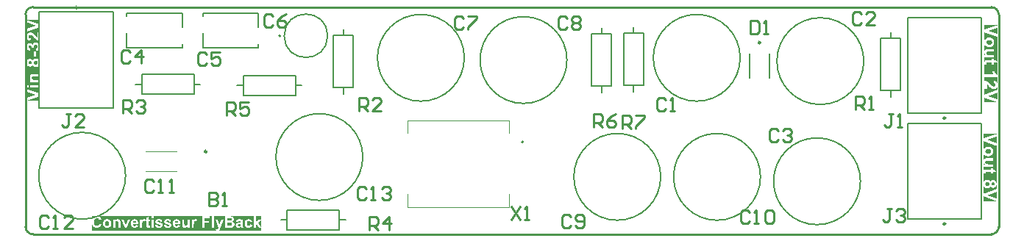
<source format=gto>
G04*
G04 #@! TF.GenerationSoftware,Altium Limited,Altium Designer,24.2.2 (26)*
G04*
G04 Layer_Color=65535*
%FSLAX44Y44*%
%MOMM*%
G71*
G04*
G04 #@! TF.SameCoordinates,EC8B54CE-386E-4826-8866-03C4CD91BE24*
G04*
G04*
G04 #@! TF.FilePolarity,Positive*
G04*
G01*
G75*
%ADD10C,0.2540*%
%ADD11C,0.2500*%
%ADD12C,0.2000*%
%ADD13C,0.1270*%
%ADD14C,0.1000*%
G36*
X510151Y1032773D02*
Y1019819D01*
Y1016000D01*
X459589D01*
X459832Y1016019D01*
X460038Y1016056D01*
X460226Y1016094D01*
X460394Y1016112D01*
X460506Y1016150D01*
X460581Y1016169D01*
X460600D01*
X460806Y1016225D01*
X460993Y1016300D01*
X461143Y1016374D01*
X461274Y1016431D01*
X461386Y1016487D01*
X461461Y1016543D01*
X461517Y1016562D01*
X461536Y1016580D01*
X461817Y1016805D01*
X462023Y1017030D01*
X462098Y1017142D01*
X462154Y1017217D01*
X462191Y1017273D01*
X462210Y1017292D01*
X462322Y1017479D01*
X462435Y1017666D01*
X462547Y1017872D01*
X462640Y1018078D01*
X462715Y1018265D01*
X462790Y1018415D01*
X462828Y1018509D01*
X462846Y1018546D01*
X463446Y1020156D01*
X466759Y1029216D01*
X464194D01*
X461985Y1022533D01*
X459758Y1029216D01*
X457118D01*
X460675Y1019800D01*
X460581Y1019519D01*
X460488Y1019276D01*
X460375Y1019051D01*
X460282Y1018864D01*
X460188Y1018714D01*
X460113Y1018602D01*
X460057Y1018527D01*
X460038Y1018509D01*
X459870Y1018340D01*
X459664Y1018209D01*
X459458Y1018115D01*
X459252Y1018059D01*
X459065Y1018022D01*
X458915Y1017984D01*
X458765D01*
X458410Y1018003D01*
X458223Y1018022D01*
X458073Y1018059D01*
X457923Y1018078D01*
X457811Y1018097D01*
X457736Y1018115D01*
X457717D01*
X457942Y1016169D01*
X458447Y1016075D01*
X458672Y1016037D01*
X458896Y1016019D01*
X459065D01*
X459215Y1016000D01*
X314960D01*
Y1019594D01*
Y1026184D01*
X314979Y1025622D01*
X315035Y1025098D01*
X315110Y1024592D01*
X315222Y1024143D01*
X315334Y1023713D01*
X315484Y1023301D01*
X315634Y1022945D01*
X315784Y1022627D01*
X315933Y1022327D01*
X316083Y1022065D01*
X316233Y1021859D01*
X316345Y1021672D01*
X316458Y1021541D01*
X316532Y1021429D01*
X316589Y1021373D01*
X316607Y1021354D01*
X316926Y1021036D01*
X317262Y1020773D01*
X317618Y1020530D01*
X317974Y1020343D01*
X318330Y1020174D01*
X318685Y1020025D01*
X319022Y1019912D01*
X319340Y1019819D01*
X319659Y1019744D01*
X319939Y1019688D01*
X320201Y1019650D01*
X320407Y1019632D01*
X320595Y1019613D01*
X320726Y1019594D01*
X320838D01*
X321231Y1019613D01*
X321587Y1019632D01*
X321942Y1019688D01*
X322261Y1019763D01*
X322560Y1019838D01*
X322841Y1019912D01*
X323103Y1020006D01*
X323346Y1020118D01*
X323552Y1020212D01*
X323740Y1020306D01*
X323908Y1020380D01*
X324039Y1020455D01*
X324151Y1020530D01*
X324226Y1020586D01*
X324264Y1020605D01*
X324282Y1020624D01*
X324526Y1020830D01*
X324751Y1021054D01*
X325162Y1021560D01*
X325499Y1022084D01*
X325761Y1022589D01*
X325874Y1022833D01*
X325967Y1023057D01*
X326042Y1023263D01*
X326117Y1023432D01*
X326173Y1023581D01*
X326211Y1023694D01*
X326229Y1023769D01*
Y1023787D01*
X323683Y1024574D01*
X323534Y1024068D01*
X323365Y1023638D01*
X323197Y1023282D01*
X323009Y1022982D01*
X322860Y1022758D01*
X322729Y1022608D01*
X322635Y1022514D01*
X322598Y1022477D01*
X322298Y1022252D01*
X321999Y1022103D01*
X321699Y1021990D01*
X321437Y1021897D01*
X321194Y1021859D01*
X320988Y1021841D01*
X320913Y1021822D01*
X320819D01*
X320557Y1021841D01*
X320314Y1021859D01*
X319865Y1021990D01*
X319471Y1022140D01*
X319153Y1022346D01*
X318891Y1022533D01*
X318704Y1022683D01*
X318629Y1022758D01*
X318573Y1022814D01*
X318554Y1022833D01*
X318535Y1022851D01*
X318386Y1023057D01*
X318255Y1023301D01*
X318124Y1023563D01*
X318030Y1023844D01*
X317880Y1024424D01*
X317768Y1025004D01*
X317731Y1025285D01*
X317712Y1025528D01*
X317674Y1025772D01*
Y1025978D01*
X317656Y1026127D01*
Y1026258D01*
Y1026352D01*
Y1026371D01*
X317674Y1026801D01*
X317693Y1027194D01*
X317731Y1027550D01*
X317787Y1027887D01*
X317862Y1028187D01*
X317936Y1028467D01*
X318011Y1028711D01*
X318105Y1028935D01*
X318180Y1029123D01*
X318255Y1029291D01*
X318330Y1029422D01*
X318404Y1029534D01*
X318461Y1029628D01*
X318498Y1029684D01*
X318535Y1029722D01*
Y1029740D01*
X318704Y1029928D01*
X318891Y1030096D01*
X319078Y1030227D01*
X319284Y1030339D01*
X319677Y1030527D01*
X320052Y1030658D01*
X320370Y1030732D01*
X320520Y1030751D01*
X320632Y1030770D01*
X320744Y1030789D01*
X320876D01*
X321250Y1030770D01*
X321587Y1030695D01*
X321886Y1030601D01*
X322148Y1030489D01*
X322354Y1030377D01*
X322504Y1030283D01*
X322598Y1030208D01*
X322635Y1030190D01*
X322878Y1029965D01*
X323103Y1029703D01*
X323272Y1029441D01*
X323403Y1029179D01*
X323496Y1028954D01*
X323552Y1028786D01*
X323590Y1028711D01*
Y1028655D01*
X323609Y1028636D01*
Y1028617D01*
X326192Y1029235D01*
X326005Y1029778D01*
X325799Y1030246D01*
X325574Y1030658D01*
X325368Y1030995D01*
X325162Y1031257D01*
X325087Y1031369D01*
X325013Y1031463D01*
X324956Y1031519D01*
X324900Y1031575D01*
X324882Y1031612D01*
X324863D01*
X324582Y1031856D01*
X324264Y1032080D01*
X323964Y1032268D01*
X323646Y1032417D01*
X323309Y1032567D01*
X322991Y1032679D01*
X322673Y1032773D01*
X322373Y1032848D01*
X322092Y1032904D01*
X321830Y1032941D01*
X321605Y1032979D01*
X321400Y1032998D01*
X321231Y1033016D01*
X510151D01*
Y1032773D01*
D02*
G37*
G36*
X320520Y1032998D02*
X320033Y1032941D01*
X319603Y1032848D01*
X319172Y1032736D01*
X318798Y1032605D01*
X318423Y1032455D01*
X318105Y1032286D01*
X317805Y1032118D01*
X317525Y1031949D01*
X317300Y1031781D01*
X317094Y1031631D01*
X316926Y1031500D01*
X316794Y1031388D01*
X316701Y1031294D01*
X316645Y1031238D01*
X316626Y1031219D01*
X316327Y1030863D01*
X316083Y1030489D01*
X315859Y1030096D01*
X315671Y1029684D01*
X315503Y1029254D01*
X315372Y1028842D01*
X315259Y1028430D01*
X315166Y1028037D01*
X315091Y1027644D01*
X315054Y1027307D01*
X315016Y1026989D01*
X314979Y1026726D01*
Y1026502D01*
X314960Y1026333D01*
Y1033016D01*
X321007D01*
X320520Y1032998D01*
D02*
G37*
G36*
X1341400Y1122425D02*
Y1119176D01*
X1356287Y1113884D01*
Y1117089D01*
X1345272Y1120725D01*
X1356287Y1124511D01*
Y1127760D01*
X1356373D01*
Y1074901D01*
X1341120D01*
X1345638D01*
X1345229Y1074879D01*
X1344863Y1074836D01*
X1344498Y1074750D01*
X1344175Y1074642D01*
X1343852Y1074535D01*
X1343573Y1074406D01*
X1343314Y1074255D01*
X1343078Y1074105D01*
X1342884Y1073954D01*
X1342690Y1073803D01*
X1342540Y1073674D01*
X1342411Y1073567D01*
X1342303Y1073459D01*
X1342239Y1073373D01*
X1342196Y1073330D01*
X1342174Y1073309D01*
X1341981Y1073050D01*
X1341830Y1072771D01*
X1341679Y1072491D01*
X1341572Y1072211D01*
X1341378Y1071652D01*
X1341249Y1071114D01*
X1341206Y1070856D01*
X1341185Y1070641D01*
X1341163Y1070447D01*
X1341142Y1070275D01*
X1341120Y1070125D01*
Y1070189D01*
Y1070125D01*
Y1065090D01*
Y1069931D01*
X1341142Y1069522D01*
X1341185Y1069156D01*
X1341249Y1068791D01*
X1341314Y1068447D01*
X1341421Y1068145D01*
X1341529Y1067866D01*
X1341636Y1067586D01*
X1341765Y1067349D01*
X1341895Y1067134D01*
X1342002Y1066962D01*
X1342110Y1066790D01*
X1342217Y1066661D01*
X1342282Y1066553D01*
X1342346Y1066489D01*
X1342389Y1066446D01*
X1342411Y1066424D01*
X1342669Y1066188D01*
X1342927Y1065994D01*
X1343207Y1065800D01*
X1343486Y1065650D01*
X1343766Y1065521D01*
X1344046Y1065413D01*
X1344584Y1065262D01*
X1344820Y1065198D01*
X1345036Y1065155D01*
X1345251Y1065133D01*
X1345423Y1065112D01*
X1345573Y1065090D01*
X1345767D01*
X1346219Y1065112D01*
X1346628Y1065198D01*
X1347015Y1065284D01*
X1347337Y1065413D01*
X1347596Y1065521D01*
X1347789Y1065628D01*
X1347918Y1065714D01*
X1347961Y1065736D01*
X1348306Y1065994D01*
X1348607Y1066295D01*
X1348865Y1066618D01*
X1349059Y1066919D01*
X1349231Y1067199D01*
X1349360Y1067414D01*
X1349403Y1067500D01*
X1349424Y1067564D01*
X1349446Y1067607D01*
Y1067629D01*
X1349618Y1067285D01*
X1349812Y1066983D01*
X1350005Y1066725D01*
X1350220Y1066510D01*
X1350392Y1066338D01*
X1350543Y1066230D01*
X1350629Y1066144D01*
X1350672Y1066123D01*
X1350995Y1065929D01*
X1351317Y1065800D01*
X1351619Y1065693D01*
X1351898Y1065628D01*
X1352157Y1065585D01*
X1352350Y1065564D01*
X1352479D01*
X1352501D01*
X1352522D01*
X1352823Y1065585D01*
X1353125Y1065607D01*
X1353663Y1065757D01*
X1354114Y1065929D01*
X1354523Y1066144D01*
X1354846Y1066381D01*
X1354975Y1066467D01*
X1355083Y1066553D01*
X1355168Y1066639D01*
X1355233Y1066704D01*
X1355255Y1066725D01*
X1355276Y1066747D01*
X1355470Y1066983D01*
X1355642Y1067220D01*
X1355792Y1067500D01*
X1355921Y1067758D01*
X1356115Y1068317D01*
X1356244Y1068855D01*
X1356287Y1069092D01*
X1356309Y1069329D01*
X1356330Y1069522D01*
X1356352Y1069716D01*
X1356373Y1069845D01*
Y1065090D01*
D01*
Y1050289D01*
X1341120D01*
Y1127760D01*
X1341400D01*
X1356287D01*
X1341400Y1122425D01*
D02*
G37*
G36*
X1356373Y1070060D02*
X1356352Y1070447D01*
X1356330Y1070813D01*
X1356266Y1071157D01*
X1356201Y1071480D01*
X1356115Y1071781D01*
X1356029Y1072061D01*
X1355921Y1072297D01*
X1355835Y1072513D01*
X1355728Y1072728D01*
X1355620Y1072900D01*
X1355534Y1073029D01*
X1355448Y1073158D01*
X1355384Y1073244D01*
X1355319Y1073309D01*
X1355298Y1073352D01*
X1355276Y1073373D01*
X1355061Y1073567D01*
X1354846Y1073760D01*
X1354609Y1073911D01*
X1354394Y1074040D01*
X1353921Y1074255D01*
X1353490Y1074384D01*
X1353103Y1074470D01*
X1352931Y1074492D01*
X1352802Y1074513D01*
X1352673Y1074535D01*
X1352587D01*
X1352544D01*
X1352522D01*
X1352157Y1074513D01*
X1351834Y1074449D01*
X1351511Y1074384D01*
X1351253Y1074277D01*
X1351016Y1074191D01*
X1350866Y1074126D01*
X1350758Y1074062D01*
X1350715Y1074040D01*
X1350435Y1073825D01*
X1350177Y1073567D01*
X1349962Y1073309D01*
X1349769Y1073029D01*
X1349639Y1072792D01*
X1349532Y1072599D01*
X1349467Y1072469D01*
X1349446Y1072448D01*
Y1072427D01*
X1349209Y1072878D01*
X1348972Y1073266D01*
X1348714Y1073588D01*
X1348456Y1073846D01*
X1348220Y1074062D01*
X1348047Y1074212D01*
X1347918Y1074298D01*
X1347897Y1074320D01*
X1347875D01*
X1347488Y1074513D01*
X1347101Y1074664D01*
X1346714Y1074750D01*
X1346369Y1074836D01*
X1346090Y1074879D01*
X1345853Y1074901D01*
X1356373D01*
Y1070060D01*
D02*
G37*
G36*
X1352608Y1071803D02*
X1352867Y1071760D01*
X1353082Y1071674D01*
X1353275Y1071588D01*
X1353426Y1071501D01*
X1353533Y1071415D01*
X1353598Y1071372D01*
X1353620Y1071351D01*
X1353792Y1071157D01*
X1353899Y1070942D01*
X1353985Y1070727D01*
X1354050Y1070512D01*
X1354093Y1070318D01*
X1354114Y1070168D01*
Y1070039D01*
X1354093Y1069759D01*
X1354028Y1069501D01*
X1353964Y1069286D01*
X1353878Y1069092D01*
X1353770Y1068941D01*
X1353706Y1068834D01*
X1353641Y1068769D01*
X1353620Y1068748D01*
X1353426Y1068576D01*
X1353211Y1068468D01*
X1352996Y1068382D01*
X1352780Y1068317D01*
X1352608Y1068274D01*
X1352458Y1068253D01*
X1352372D01*
X1352329D01*
X1352027Y1068274D01*
X1351748Y1068339D01*
X1351533Y1068403D01*
X1351339Y1068490D01*
X1351167Y1068597D01*
X1351059Y1068662D01*
X1350995Y1068726D01*
X1350973Y1068748D01*
X1350823Y1068941D01*
X1350694Y1069156D01*
X1350608Y1069371D01*
X1350565Y1069587D01*
X1350522Y1069780D01*
X1350500Y1069931D01*
Y1070060D01*
X1350522Y1070340D01*
X1350565Y1070598D01*
X1350651Y1070813D01*
X1350737Y1071007D01*
X1350823Y1071157D01*
X1350909Y1071265D01*
X1350952Y1071329D01*
X1350973Y1071351D01*
X1351167Y1071501D01*
X1351382Y1071630D01*
X1351597Y1071717D01*
X1351812Y1071760D01*
X1352006Y1071803D01*
X1352157Y1071824D01*
X1352264D01*
X1352307D01*
X1352608Y1071803D01*
D02*
G37*
G36*
X1346240Y1072061D02*
X1346541Y1071996D01*
X1346800Y1071932D01*
X1347036Y1071824D01*
X1347230Y1071738D01*
X1347381Y1071674D01*
X1347467Y1071609D01*
X1347510Y1071588D01*
X1347746Y1071372D01*
X1347940Y1071114D01*
X1348069Y1070856D01*
X1348155Y1070598D01*
X1348198Y1070383D01*
X1348241Y1070189D01*
Y1070017D01*
X1348220Y1069694D01*
X1348134Y1069393D01*
X1348047Y1069135D01*
X1347918Y1068920D01*
X1347811Y1068748D01*
X1347703Y1068619D01*
X1347617Y1068532D01*
X1347596Y1068511D01*
X1347337Y1068317D01*
X1347058Y1068167D01*
X1346778Y1068059D01*
X1346498Y1067973D01*
X1346262Y1067930D01*
X1346068Y1067909D01*
X1345939D01*
X1345918D01*
X1345896D01*
X1345466Y1067930D01*
X1345100Y1067995D01*
X1344777Y1068102D01*
X1344519Y1068210D01*
X1344304Y1068317D01*
X1344175Y1068425D01*
X1344067Y1068490D01*
X1344046Y1068511D01*
X1343831Y1068748D01*
X1343680Y1068984D01*
X1343573Y1069221D01*
X1343508Y1069458D01*
X1343465Y1069673D01*
X1343422Y1069823D01*
Y1069974D01*
X1343443Y1070297D01*
X1343530Y1070598D01*
X1343637Y1070856D01*
X1343745Y1071071D01*
X1343874Y1071243D01*
X1343960Y1071372D01*
X1344046Y1071458D01*
X1344067Y1071480D01*
X1344347Y1071674D01*
X1344648Y1071824D01*
X1344949Y1071932D01*
X1345251Y1071996D01*
X1345530Y1072039D01*
X1345746Y1072082D01*
X1345831D01*
X1345896D01*
X1345918D01*
X1345939D01*
X1346240Y1072061D01*
D02*
G37*
G36*
X1342627Y1248155D02*
Y1253490D01*
D01*
D01*
Y1248155D01*
Y1244906D01*
X1357514Y1239614D01*
Y1242819D01*
X1346499Y1246455D01*
X1357514Y1250241D01*
Y1253490D01*
X1357600D01*
Y1199835D01*
X1342627D01*
X1351254D01*
X1351555Y1199060D01*
X1351878Y1198372D01*
X1352050Y1198049D01*
X1352243Y1197748D01*
X1352415Y1197468D01*
X1352587Y1197210D01*
X1352760Y1196973D01*
X1352910Y1196758D01*
X1353039Y1196586D01*
X1353168Y1196435D01*
X1353276Y1196306D01*
X1353340Y1196220D01*
X1353384Y1196177D01*
X1353405Y1196156D01*
X1342627D01*
D01*
Y1193294D01*
X1357600D01*
Y1189379D01*
X1350396D01*
X1357600D01*
Y1184108D01*
X1357579Y1184474D01*
X1357557Y1184818D01*
X1357450Y1185485D01*
X1357278Y1186044D01*
X1357191Y1186302D01*
X1357084Y1186539D01*
X1356998Y1186754D01*
X1356890Y1186926D01*
X1356804Y1187098D01*
X1356740Y1187227D01*
X1356654Y1187335D01*
X1356611Y1187400D01*
X1356589Y1187443D01*
X1356568Y1187464D01*
X1356353Y1187701D01*
X1356137Y1187916D01*
X1355879Y1188110D01*
X1355600Y1188282D01*
X1355040Y1188540D01*
X1354502Y1188755D01*
X1354223Y1188820D01*
X1353986Y1188884D01*
X1353771Y1188949D01*
X1353577Y1188970D01*
X1353405Y1189013D01*
X1353297D01*
X1353211Y1189035D01*
X1353190D01*
X1352910Y1186195D01*
X1353340Y1186152D01*
X1353706Y1186066D01*
X1354029Y1185980D01*
X1354266Y1185872D01*
X1354459Y1185786D01*
X1354588Y1185700D01*
X1354674Y1185636D01*
X1354696Y1185614D01*
X1354868Y1185399D01*
X1354997Y1185162D01*
X1355105Y1184926D01*
X1355169Y1184689D01*
X1355212Y1184495D01*
X1355234Y1184323D01*
Y1184173D01*
X1355212Y1183850D01*
X1355148Y1183570D01*
X1355062Y1183334D01*
X1354976Y1183118D01*
X1354890Y1182968D01*
X1354803Y1182839D01*
X1354739Y1182774D01*
X1354717Y1182753D01*
X1354502Y1182580D01*
X1354266Y1182451D01*
X1354029Y1182365D01*
X1353792Y1182301D01*
X1353577Y1182258D01*
X1353384Y1182236D01*
X1353276D01*
X1353255D01*
X1353233D01*
X1352910Y1182258D01*
X1352609Y1182322D01*
X1352308Y1182430D01*
X1352050Y1182538D01*
X1351813Y1182645D01*
X1351641Y1182753D01*
X1351533Y1182817D01*
X1351490Y1182839D01*
X1351361Y1182925D01*
X1351211Y1183054D01*
X1351017Y1183226D01*
X1350845Y1183398D01*
X1350436Y1183785D01*
X1350027Y1184173D01*
X1349640Y1184560D01*
X1349468Y1184732D01*
X1349339Y1184904D01*
X1349210Y1185033D01*
X1349124Y1185119D01*
X1349059Y1185184D01*
X1349038Y1185205D01*
X1348629Y1185636D01*
X1348242Y1186023D01*
X1347876Y1186388D01*
X1347553Y1186711D01*
X1347231Y1187012D01*
X1346929Y1187271D01*
X1346671Y1187507D01*
X1346413Y1187701D01*
X1346198Y1187873D01*
X1346004Y1188024D01*
X1345854Y1188153D01*
X1345703Y1188239D01*
X1345617Y1188325D01*
X1345531Y1188368D01*
X1345488Y1188411D01*
X1345466D01*
X1344972Y1188690D01*
X1344455Y1188906D01*
X1343982Y1189078D01*
X1343552Y1189207D01*
X1343165Y1189293D01*
X1343014Y1189314D01*
X1342885Y1189336D01*
X1342777Y1189357D01*
X1342691Y1189379D01*
X1342627D01*
Y1179375D01*
X1353427D01*
X1353749Y1179397D01*
X1354072Y1179439D01*
X1354373Y1179482D01*
X1354653Y1179569D01*
X1355148Y1179784D01*
X1355578Y1179999D01*
X1355772Y1180128D01*
X1355922Y1180236D01*
X1356073Y1180343D01*
X1356180Y1180451D01*
X1356266Y1180537D01*
X1356353Y1180580D01*
X1356374Y1180623D01*
X1356396Y1180644D01*
X1356611Y1180881D01*
X1356804Y1181161D01*
X1356955Y1181419D01*
X1357084Y1181720D01*
X1357299Y1182279D01*
X1357450Y1182839D01*
X1357493Y1183097D01*
X1357536Y1183334D01*
X1357557Y1183549D01*
X1357579Y1183742D01*
X1357600Y1183893D01*
Y1179375D01*
D01*
Y1164444D01*
X1342627D01*
X1342627D01*
D01*
X1342390D01*
Y1253490D01*
X1342627D01*
X1342627D01*
X1357514D01*
X1342627Y1248155D01*
D02*
G37*
G36*
X1357600Y1195618D02*
X1357105Y1195833D01*
X1356654Y1196113D01*
X1356223Y1196414D01*
X1355879Y1196715D01*
X1355600Y1196973D01*
X1355384Y1197210D01*
X1355298Y1197296D01*
X1355234Y1197361D01*
X1355212Y1197403D01*
X1355191Y1197425D01*
X1354846Y1197898D01*
X1354545Y1198350D01*
X1354309Y1198759D01*
X1354137Y1199125D01*
X1354008Y1199426D01*
X1353900Y1199641D01*
X1353878Y1199727D01*
X1353857Y1199792D01*
X1353835Y1199813D01*
Y1199835D01*
X1357600D01*
Y1195618D01*
D02*
G37*
G36*
X1345553Y1184883D02*
X1345789Y1184689D01*
X1345897Y1184603D01*
X1345983Y1184538D01*
X1346026Y1184495D01*
X1346047Y1184474D01*
X1346133Y1184388D01*
X1346241Y1184302D01*
X1346478Y1184044D01*
X1346757Y1183764D01*
X1347037Y1183484D01*
X1347295Y1183204D01*
X1347510Y1182968D01*
X1347596Y1182882D01*
X1347661Y1182817D01*
X1347682Y1182774D01*
X1347704Y1182753D01*
X1348156Y1182279D01*
X1348521Y1181892D01*
X1348866Y1181569D01*
X1349124Y1181311D01*
X1349339Y1181118D01*
X1349490Y1180988D01*
X1349597Y1180902D01*
X1349619Y1180881D01*
X1349984Y1180601D01*
X1350329Y1180365D01*
X1350651Y1180171D01*
X1350931Y1180020D01*
X1351168Y1179891D01*
X1351361Y1179805D01*
X1351469Y1179762D01*
X1351512Y1179741D01*
X1351856Y1179612D01*
X1352200Y1179526D01*
X1352523Y1179461D01*
X1352824Y1179418D01*
X1353061Y1179397D01*
X1353255Y1179375D01*
X1345273D01*
Y1185055D01*
X1345553Y1184883D01*
D02*
G37*
G36*
X255270Y1165860D02*
X254990D01*
D01*
X240103D01*
X254990Y1171195D01*
Y1174444D01*
D01*
X240103Y1179736D01*
Y1165860D01*
X240017D01*
Y1204865D01*
X245219D01*
X240017D01*
Y1209705D01*
X240038Y1209318D01*
X240060Y1208952D01*
X240124Y1208608D01*
X240189Y1208285D01*
X240275Y1207984D01*
X240361Y1207704D01*
X240469Y1207468D01*
X240555Y1207253D01*
X240662Y1207037D01*
X240770Y1206865D01*
X240856Y1206736D01*
X240942Y1206607D01*
X241006Y1206521D01*
X241071Y1206457D01*
X241092Y1206413D01*
X241114Y1206392D01*
X241329Y1206198D01*
X241544Y1206005D01*
X241781Y1205854D01*
X241996Y1205725D01*
X242469Y1205510D01*
X242900Y1205381D01*
X243287Y1205295D01*
X243459Y1205273D01*
X243588Y1205252D01*
X243717Y1205230D01*
X243803D01*
X243846D01*
X243868D01*
X244233Y1205252D01*
X244556Y1205316D01*
X244879Y1205381D01*
X245137Y1205488D01*
X245374Y1205574D01*
X245524Y1205639D01*
X245632Y1205704D01*
X245675Y1205725D01*
X245954Y1205940D01*
X246213Y1206198D01*
X246428Y1206457D01*
X246621Y1206736D01*
X246751Y1206973D01*
X246858Y1207167D01*
X246923Y1207296D01*
X246944Y1207317D01*
Y1207339D01*
X247181Y1206887D01*
X247418Y1206500D01*
X247676Y1206177D01*
X247934Y1205919D01*
X248170Y1205704D01*
X248343Y1205553D01*
X248472Y1205467D01*
X248493Y1205445D01*
X248515D01*
X248902Y1205252D01*
X249289Y1205101D01*
X249676Y1205015D01*
X250021Y1204929D01*
X250300Y1204886D01*
X250537Y1204865D01*
X250752D01*
X251161Y1204886D01*
X251527Y1204929D01*
X251892Y1205015D01*
X252215Y1205123D01*
X252538Y1205230D01*
X252817Y1205359D01*
X253076Y1205510D01*
X253312Y1205660D01*
X253506Y1205811D01*
X253699Y1205962D01*
X253850Y1206091D01*
X253979Y1206198D01*
X254087Y1206306D01*
X254151Y1206392D01*
X254194Y1206435D01*
X254216Y1206457D01*
X254409Y1206715D01*
X254560Y1206994D01*
X254711Y1207274D01*
X254818Y1207554D01*
X255012Y1208113D01*
X255141Y1208651D01*
X255184Y1208909D01*
X255205Y1209124D01*
X255227Y1209318D01*
X255249Y1209490D01*
X255270Y1209641D01*
Y1209834D01*
X255249Y1210243D01*
X255205Y1210609D01*
X255141Y1210974D01*
X255076Y1211319D01*
X254969Y1211620D01*
X254861Y1211899D01*
X254754Y1212179D01*
X254625Y1212416D01*
X254496Y1212631D01*
X254388Y1212803D01*
X254280Y1212975D01*
X254173Y1213104D01*
X254108Y1213212D01*
X254044Y1213276D01*
X254001Y1213319D01*
X253979Y1213341D01*
X253721Y1213578D01*
X253463Y1213771D01*
X253183Y1213965D01*
X252903Y1214116D01*
X252624Y1214245D01*
X252344Y1214352D01*
X251806Y1214503D01*
X251570Y1214567D01*
X251355Y1214610D01*
X251139Y1214632D01*
X250967Y1214653D01*
X250817Y1214675D01*
X255270D01*
X247172D01*
X250623D01*
X250171Y1214653D01*
X249762Y1214567D01*
X249375Y1214481D01*
X249053Y1214352D01*
X248794Y1214245D01*
X248601Y1214137D01*
X248472Y1214051D01*
X248429Y1214029D01*
X248084Y1213771D01*
X247783Y1213470D01*
X247525Y1213147D01*
X247331Y1212846D01*
X247159Y1212567D01*
X247030Y1212351D01*
X246987Y1212265D01*
X246966Y1212201D01*
X246944Y1212158D01*
Y1212136D01*
X246772Y1212480D01*
X246578Y1212782D01*
X246385Y1213040D01*
X246170Y1213255D01*
X245998Y1213427D01*
X245847Y1213535D01*
X245761Y1213621D01*
X245718Y1213642D01*
X245395Y1213836D01*
X245072Y1213965D01*
X244771Y1214072D01*
X244492Y1214137D01*
X244233Y1214180D01*
X244040Y1214202D01*
X243911D01*
X243889D01*
X243868D01*
X243566Y1214180D01*
X243265Y1214158D01*
X242728Y1214008D01*
X242276Y1213836D01*
X241867Y1213621D01*
X241544Y1213384D01*
X241415Y1213298D01*
X241308Y1213212D01*
X241222Y1213126D01*
X241157Y1213061D01*
X241135Y1213040D01*
X241114Y1213018D01*
X240920Y1212782D01*
X240748Y1212545D01*
X240598Y1212265D01*
X240469Y1212007D01*
X240275Y1211448D01*
X240146Y1210910D01*
X240103Y1210673D01*
X240081Y1210437D01*
X240060Y1210243D01*
X240038Y1210049D01*
X240017Y1209920D01*
Y1214675D01*
D01*
Y1223302D01*
X255270D01*
X251075D01*
X251419Y1223345D01*
X251742Y1223431D01*
X252344Y1223625D01*
X252861Y1223861D01*
X253076Y1224012D01*
X253291Y1224141D01*
X253484Y1224270D01*
X253635Y1224399D01*
X253785Y1224507D01*
X253893Y1224614D01*
X253979Y1224700D01*
X254044Y1224765D01*
X254087Y1224808D01*
X254108Y1224829D01*
X254302Y1225088D01*
X254496Y1225367D01*
X254646Y1225625D01*
X254775Y1225927D01*
X254990Y1226486D01*
X255119Y1227002D01*
X255162Y1227260D01*
X255205Y1227476D01*
X255227Y1227669D01*
X255249Y1227841D01*
X255270Y1227992D01*
Y1228186D01*
X255249Y1228573D01*
X255205Y1228960D01*
X255141Y1229304D01*
X255055Y1229648D01*
X254947Y1229950D01*
X254840Y1230251D01*
X254711Y1230530D01*
X254582Y1230767D01*
X254452Y1230982D01*
X254323Y1231197D01*
X254216Y1231348D01*
X254108Y1231499D01*
X254022Y1231606D01*
X253958Y1231692D01*
X253915Y1231735D01*
X253893Y1231757D01*
X253635Y1232015D01*
X253355Y1232230D01*
X253076Y1232424D01*
X252796Y1232596D01*
X252495Y1232725D01*
X252215Y1232854D01*
X251699Y1233026D01*
X251462Y1233069D01*
X251225Y1233112D01*
X251032Y1233155D01*
X250860Y1233177D01*
X250731Y1233198D01*
X255270D01*
X247215D01*
X250537D01*
X250042Y1233155D01*
X249612Y1233069D01*
X249203Y1232962D01*
X248880Y1232811D01*
X248601Y1232660D01*
X248407Y1232553D01*
X248278Y1232467D01*
X248235Y1232424D01*
X247912Y1232122D01*
X247633Y1231778D01*
X247418Y1231434D01*
X247245Y1231111D01*
X247116Y1230832D01*
X247052Y1230595D01*
X247009Y1230509D01*
Y1230444D01*
X246987Y1230401D01*
Y1230380D01*
X246751Y1230767D01*
X246514Y1231090D01*
X246256Y1231369D01*
X245998Y1231628D01*
X245739Y1231843D01*
X245481Y1232015D01*
X245223Y1232144D01*
X244986Y1232273D01*
X244750Y1232359D01*
X244535Y1232424D01*
X244341Y1232467D01*
X244169Y1232488D01*
X244040Y1232510D01*
X243932Y1232531D01*
X243868D01*
X243846D01*
X243588Y1232510D01*
X243351Y1232488D01*
X242878Y1232359D01*
X242448Y1232209D01*
X242082Y1232015D01*
X241781Y1231821D01*
X241566Y1231649D01*
X241480Y1231585D01*
X241415Y1231520D01*
X241394Y1231499D01*
X241372Y1231477D01*
X241135Y1231240D01*
X240920Y1230961D01*
X240748Y1230703D01*
X240598Y1230423D01*
X240447Y1230122D01*
X240339Y1229842D01*
X240189Y1229304D01*
X240124Y1229068D01*
X240081Y1228831D01*
X240060Y1228637D01*
X240038Y1228444D01*
X240017Y1228293D01*
Y1233198D01*
D01*
Y1234618D01*
X249924D01*
X240017D01*
Y1239889D01*
X240038Y1239523D01*
X240060Y1239179D01*
X240167Y1238512D01*
X240339Y1237953D01*
X240425Y1237695D01*
X240533Y1237458D01*
X240619Y1237243D01*
X240727Y1237071D01*
X240813Y1236899D01*
X240877Y1236769D01*
X240963Y1236662D01*
X241006Y1236597D01*
X241028Y1236554D01*
X241049Y1236533D01*
X241264Y1236296D01*
X241480Y1236081D01*
X241738Y1235887D01*
X242017Y1235715D01*
X242577Y1235457D01*
X243115Y1235242D01*
X243394Y1235178D01*
X243631Y1235113D01*
X243846Y1235048D01*
X244040Y1235027D01*
X244212Y1234984D01*
X244319D01*
X244405Y1234962D01*
X244427D01*
X244707Y1237802D01*
X244276Y1237845D01*
X243911Y1237931D01*
X243588Y1238017D01*
X243351Y1238125D01*
X243158Y1238211D01*
X243029Y1238297D01*
X242943Y1238362D01*
X242921Y1238383D01*
X242749Y1238598D01*
X242620Y1238835D01*
X242512Y1239072D01*
X242448Y1239308D01*
X242405Y1239502D01*
X242383Y1239674D01*
Y1239824D01*
X242405Y1240147D01*
X242469Y1240427D01*
X242555Y1240664D01*
X242641Y1240879D01*
X242728Y1241029D01*
X242813Y1241158D01*
X242878Y1241223D01*
X242900Y1241244D01*
X243115Y1241416D01*
X243351Y1241545D01*
X243588Y1241632D01*
X243825Y1241696D01*
X244040Y1241739D01*
X244233Y1241761D01*
X244341D01*
X244363D01*
X244384D01*
X244707Y1241739D01*
X245008Y1241675D01*
X245309Y1241567D01*
X245567Y1241460D01*
X245804Y1241352D01*
X245976Y1241244D01*
X246084Y1241180D01*
X246127Y1241158D01*
X246256Y1241072D01*
X246406Y1240943D01*
X246600Y1240771D01*
X246772Y1240599D01*
X247181Y1240212D01*
X247590Y1239824D01*
X247977Y1239437D01*
X248149Y1239265D01*
X248278Y1239093D01*
X248407Y1238964D01*
X248493Y1238878D01*
X248558Y1238813D01*
X248579Y1238792D01*
X248988Y1238362D01*
X249375Y1237974D01*
X249741Y1237608D01*
X250064Y1237286D01*
X250386Y1236985D01*
X250688Y1236727D01*
X250946Y1236490D01*
X251204Y1236296D01*
X251419Y1236124D01*
X251613Y1235974D01*
X251763Y1235844D01*
X251914Y1235758D01*
X252000Y1235672D01*
X252086Y1235629D01*
X252129Y1235586D01*
X252150D01*
X252645Y1235306D01*
X253162Y1235091D01*
X253635Y1234919D01*
X254065Y1234790D01*
X254452Y1234704D01*
X254603Y1234683D01*
X254732Y1234661D01*
X254840Y1234640D01*
X254926Y1234618D01*
X254990D01*
Y1244622D01*
X244990D01*
X252344D01*
Y1238942D01*
X252064Y1239115D01*
X251828Y1239308D01*
X251720Y1239394D01*
X251634Y1239459D01*
X251591Y1239502D01*
X251570Y1239523D01*
X251484Y1239609D01*
X251376Y1239695D01*
X251139Y1239954D01*
X250860Y1240233D01*
X250580Y1240513D01*
X250322Y1240793D01*
X250107Y1241029D01*
X250021Y1241115D01*
X249956Y1241180D01*
X249935Y1241223D01*
X249913Y1241244D01*
X249461Y1241718D01*
X249095Y1242105D01*
X248751Y1242428D01*
X248493Y1242686D01*
X248278Y1242879D01*
X248127Y1243008D01*
X248020Y1243094D01*
X247998Y1243116D01*
X247633Y1243396D01*
X247288Y1243632D01*
X246966Y1243826D01*
X246686Y1243977D01*
X246449Y1244106D01*
X246256Y1244192D01*
X246148Y1244235D01*
X246105Y1244256D01*
X245761Y1244385D01*
X245417Y1244471D01*
X245094Y1244536D01*
X244793Y1244579D01*
X244556Y1244601D01*
X244363Y1244622D01*
X243233D01*
X244190D01*
X243868Y1244601D01*
X243545Y1244557D01*
X243244Y1244514D01*
X242964Y1244428D01*
X242469Y1244213D01*
X242039Y1243998D01*
X241845Y1243869D01*
X241695Y1243762D01*
X241544Y1243654D01*
X241437Y1243546D01*
X241351Y1243460D01*
X241264Y1243417D01*
X241243Y1243374D01*
X241222Y1243353D01*
X241006Y1243116D01*
X240813Y1242836D01*
X240662Y1242578D01*
X240533Y1242277D01*
X240318Y1241718D01*
X240167Y1241158D01*
X240124Y1240900D01*
X240081Y1240664D01*
X240060Y1240448D01*
X240038Y1240255D01*
X240017Y1240104D01*
Y1244622D01*
D01*
Y1259553D01*
X255270D01*
Y1165860D01*
D02*
G37*
G36*
X250817Y1230251D02*
X251182Y1230186D01*
X251505Y1230079D01*
X251763Y1229971D01*
X251957Y1229842D01*
X252108Y1229756D01*
X252215Y1229670D01*
X252237Y1229648D01*
X252452Y1229412D01*
X252624Y1229154D01*
X252731Y1228917D01*
X252817Y1228680D01*
X252861Y1228465D01*
X252882Y1228315D01*
X252903Y1228207D01*
Y1228164D01*
X252882Y1227863D01*
X252817Y1227605D01*
X252731Y1227368D01*
X252624Y1227153D01*
X252538Y1227002D01*
X252452Y1226873D01*
X252387Y1226787D01*
X252366Y1226766D01*
X252129Y1226572D01*
X251871Y1226400D01*
X251591Y1226292D01*
X251333Y1226185D01*
X251096Y1226120D01*
X250903Y1226077D01*
X250774Y1226056D01*
X250752D01*
X250731D01*
X251075Y1223302D01*
X240017D01*
Y1228099D01*
X240038Y1227648D01*
X240081Y1227239D01*
X240167Y1226852D01*
X240253Y1226529D01*
X240339Y1226271D01*
X240425Y1226056D01*
X240469Y1225927D01*
X240490Y1225905D01*
Y1225883D01*
X240684Y1225539D01*
X240899Y1225217D01*
X241114Y1224958D01*
X241308Y1224743D01*
X241501Y1224571D01*
X241652Y1224442D01*
X241738Y1224356D01*
X241781Y1224334D01*
X242104Y1224141D01*
X242448Y1223969D01*
X242813Y1223840D01*
X243158Y1223711D01*
X243480Y1223625D01*
X243717Y1223560D01*
X243825Y1223539D01*
X243889D01*
X243932Y1223517D01*
X243954D01*
X244384Y1226142D01*
X244040Y1226206D01*
X243739Y1226292D01*
X243480Y1226378D01*
X243287Y1226486D01*
X243115Y1226593D01*
X242986Y1226680D01*
X242921Y1226744D01*
X242900Y1226766D01*
X242728Y1226959D01*
X242598Y1227174D01*
X242512Y1227390D01*
X242448Y1227583D01*
X242405Y1227755D01*
X242383Y1227884D01*
Y1228013D01*
X242405Y1228271D01*
X242448Y1228530D01*
X242534Y1228723D01*
X242598Y1228895D01*
X242684Y1229046D01*
X242771Y1229132D01*
X242813Y1229197D01*
X242835Y1229218D01*
X243007Y1229369D01*
X243222Y1229476D01*
X243416Y1229562D01*
X243610Y1229605D01*
X243782Y1229648D01*
X243911Y1229670D01*
X243997D01*
X244040D01*
X244363Y1229648D01*
X244642Y1229584D01*
X244879Y1229476D01*
X245072Y1229369D01*
X245245Y1229240D01*
X245352Y1229154D01*
X245438Y1229068D01*
X245460Y1229046D01*
X245632Y1228788D01*
X245761Y1228508D01*
X245847Y1228207D01*
X245912Y1227927D01*
X245933Y1227669D01*
X245954Y1227454D01*
Y1227260D01*
X248256Y1226959D01*
X248192Y1227239D01*
X248127Y1227476D01*
X248084Y1227712D01*
X248063Y1227906D01*
X248041Y1228056D01*
Y1228271D01*
X248063Y1228573D01*
X248149Y1228831D01*
X248235Y1229068D01*
X248364Y1229283D01*
X248472Y1229433D01*
X248579Y1229562D01*
X248665Y1229648D01*
X248687Y1229670D01*
X248945Y1229864D01*
X249225Y1230014D01*
X249504Y1230122D01*
X249784Y1230208D01*
X250042Y1230251D01*
X250236Y1230272D01*
X250365D01*
X250386D01*
X250408D01*
X250817Y1230251D01*
D02*
G37*
G36*
X244363Y1211491D02*
X244642Y1211426D01*
X244857Y1211362D01*
X245051Y1211276D01*
X245223Y1211168D01*
X245331Y1211104D01*
X245395Y1211039D01*
X245417Y1211018D01*
X245567Y1210824D01*
X245696Y1210609D01*
X245782Y1210394D01*
X245825Y1210178D01*
X245868Y1209985D01*
X245890Y1209834D01*
Y1209705D01*
X245868Y1209425D01*
X245825Y1209167D01*
X245739Y1208952D01*
X245653Y1208758D01*
X245567Y1208608D01*
X245481Y1208500D01*
X245438Y1208436D01*
X245417Y1208414D01*
X245223Y1208264D01*
X245008Y1208135D01*
X244793Y1208049D01*
X244578Y1208006D01*
X244384Y1207962D01*
X244233Y1207941D01*
X244126D01*
X244083D01*
X243782Y1207962D01*
X243524Y1208006D01*
X243308Y1208092D01*
X243115Y1208178D01*
X242964Y1208264D01*
X242857Y1208350D01*
X242792Y1208393D01*
X242771Y1208414D01*
X242598Y1208608D01*
X242491Y1208823D01*
X242405Y1209038D01*
X242340Y1209253D01*
X242297Y1209447D01*
X242276Y1209598D01*
Y1209727D01*
X242297Y1210006D01*
X242362Y1210265D01*
X242426Y1210480D01*
X242512Y1210673D01*
X242620Y1210824D01*
X242684Y1210931D01*
X242749Y1210996D01*
X242771Y1211018D01*
X242964Y1211190D01*
X243179Y1211297D01*
X243394Y1211383D01*
X243610Y1211448D01*
X243782Y1211491D01*
X243932Y1211512D01*
X244018D01*
X244061D01*
X244363Y1211491D01*
D02*
G37*
G36*
X250924Y1211835D02*
X251290Y1211770D01*
X251613Y1211663D01*
X251871Y1211555D01*
X252086Y1211448D01*
X252215Y1211340D01*
X252323Y1211276D01*
X252344Y1211254D01*
X252559Y1211018D01*
X252710Y1210781D01*
X252817Y1210544D01*
X252882Y1210307D01*
X252925Y1210092D01*
X252968Y1209942D01*
Y1209791D01*
X252946Y1209469D01*
X252861Y1209167D01*
X252753Y1208909D01*
X252645Y1208694D01*
X252516Y1208522D01*
X252430Y1208393D01*
X252344Y1208307D01*
X252323Y1208285D01*
X252043Y1208092D01*
X251742Y1207941D01*
X251441Y1207833D01*
X251139Y1207769D01*
X250860Y1207726D01*
X250644Y1207683D01*
X250558D01*
X250494D01*
X250472D01*
X250451D01*
X250150Y1207704D01*
X249848Y1207769D01*
X249590Y1207833D01*
X249354Y1207941D01*
X249160Y1208027D01*
X249009Y1208092D01*
X248923Y1208156D01*
X248880Y1208178D01*
X248644Y1208393D01*
X248450Y1208651D01*
X248321Y1208909D01*
X248235Y1209167D01*
X248192Y1209382D01*
X248149Y1209576D01*
Y1209748D01*
X248170Y1210071D01*
X248256Y1210372D01*
X248343Y1210630D01*
X248472Y1210845D01*
X248579Y1211018D01*
X248687Y1211146D01*
X248773Y1211233D01*
X248794Y1211254D01*
X249053Y1211448D01*
X249332Y1211598D01*
X249612Y1211706D01*
X249892Y1211792D01*
X250128Y1211835D01*
X250322Y1211857D01*
X250451D01*
X250472D01*
X250494D01*
X250924Y1211835D01*
D02*
G37*
G36*
X251118Y1172895D02*
X240103Y1169109D01*
Y1176531D01*
X251118Y1172895D01*
D02*
G37*
%LPC*%
G36*
X386282Y1032773D02*
X383793D01*
Y1030470D01*
X386282D01*
Y1032773D01*
D02*
G37*
G36*
X434580Y1029422D02*
X434430D01*
X434205Y1029403D01*
X434018Y1029385D01*
X433831Y1029329D01*
X433681Y1029272D01*
X433550Y1029216D01*
X433438Y1029179D01*
X433382Y1029141D01*
X433363Y1029123D01*
X433176Y1028991D01*
X433007Y1028804D01*
X432820Y1028598D01*
X432670Y1028392D01*
X432520Y1028187D01*
X432408Y1028018D01*
X432333Y1027906D01*
X432314Y1027887D01*
Y1029216D01*
X430012D01*
Y1019819D01*
X432502D01*
Y1022702D01*
Y1023132D01*
Y1023525D01*
X432520Y1023881D01*
X432539Y1024199D01*
Y1024499D01*
X432558Y1024742D01*
X432576Y1024986D01*
X432595Y1025173D01*
X432614Y1025341D01*
X432633Y1025491D01*
X432651Y1025603D01*
Y1025697D01*
X432670Y1025753D01*
X432689Y1025809D01*
Y1025847D01*
X432764Y1026109D01*
X432857Y1026333D01*
X432951Y1026520D01*
X433045Y1026652D01*
X433119Y1026764D01*
X433194Y1026839D01*
X433232Y1026876D01*
X433250Y1026895D01*
X433400Y1026989D01*
X433550Y1027063D01*
X433700Y1027120D01*
X433831Y1027157D01*
X433943Y1027176D01*
X434055Y1027194D01*
X434130D01*
X434336Y1027176D01*
X434542Y1027138D01*
X434729Y1027063D01*
X434916Y1026989D01*
X435066Y1026914D01*
X435179Y1026839D01*
X435272Y1026801D01*
X435291Y1026783D01*
X436077Y1028935D01*
X435778Y1029104D01*
X435497Y1029216D01*
X435216Y1029310D01*
X434954Y1029366D01*
X434748Y1029403D01*
X434580Y1029422D01*
D02*
G37*
G36*
X375200D02*
X375051D01*
X374826Y1029403D01*
X374639Y1029385D01*
X374451Y1029329D01*
X374302Y1029272D01*
X374171Y1029216D01*
X374058Y1029179D01*
X374002Y1029141D01*
X373983Y1029123D01*
X373796Y1028991D01*
X373628Y1028804D01*
X373441Y1028598D01*
X373291Y1028392D01*
X373141Y1028187D01*
X373029Y1028018D01*
X372954Y1027906D01*
X372935Y1027887D01*
Y1029216D01*
X370633D01*
Y1019819D01*
X373122D01*
Y1022702D01*
Y1023132D01*
Y1023525D01*
X373141Y1023881D01*
X373160Y1024199D01*
Y1024499D01*
X373179Y1024742D01*
X373197Y1024986D01*
X373216Y1025173D01*
X373235Y1025341D01*
X373254Y1025491D01*
X373272Y1025603D01*
Y1025697D01*
X373291Y1025753D01*
X373310Y1025809D01*
Y1025847D01*
X373385Y1026109D01*
X373478Y1026333D01*
X373572Y1026520D01*
X373665Y1026652D01*
X373740Y1026764D01*
X373815Y1026839D01*
X373853Y1026876D01*
X373871Y1026895D01*
X374021Y1026989D01*
X374171Y1027063D01*
X374320Y1027120D01*
X374451Y1027157D01*
X374564Y1027176D01*
X374676Y1027194D01*
X374751D01*
X374957Y1027176D01*
X375163Y1027138D01*
X375350Y1027063D01*
X375537Y1026989D01*
X375687Y1026914D01*
X375799Y1026839D01*
X375893Y1026801D01*
X375912Y1026783D01*
X376698Y1028935D01*
X376398Y1029104D01*
X376118Y1029216D01*
X375837Y1029310D01*
X375575Y1029366D01*
X375369Y1029403D01*
X375200Y1029422D01*
D02*
G37*
G36*
X345024D02*
X344893D01*
X344556Y1029403D01*
X344219Y1029347D01*
X343919Y1029272D01*
X343620Y1029179D01*
X343339Y1029048D01*
X343096Y1028917D01*
X342853Y1028767D01*
X342647Y1028636D01*
X342459Y1028486D01*
X342291Y1028336D01*
X342141Y1028205D01*
X342029Y1028074D01*
X341935Y1027981D01*
X341860Y1027906D01*
X341823Y1027850D01*
X341804Y1027831D01*
Y1029216D01*
X339502D01*
Y1019819D01*
X341991D01*
Y1024050D01*
Y1024330D01*
Y1024592D01*
X342010Y1024836D01*
X342029Y1025042D01*
Y1025248D01*
X342048Y1025416D01*
X342066Y1025584D01*
X342085Y1025716D01*
X342122Y1025940D01*
X342141Y1026090D01*
X342179Y1026184D01*
Y1026202D01*
X342253Y1026408D01*
X342366Y1026614D01*
X342478Y1026764D01*
X342590Y1026914D01*
X342703Y1027007D01*
X342796Y1027101D01*
X342853Y1027138D01*
X342871Y1027157D01*
X343077Y1027269D01*
X343283Y1027363D01*
X343470Y1027419D01*
X343657Y1027475D01*
X343807Y1027494D01*
X343919Y1027513D01*
X344032D01*
X344219Y1027494D01*
X344388Y1027475D01*
X344519Y1027438D01*
X344650Y1027382D01*
X344762Y1027326D01*
X344837Y1027288D01*
X344874Y1027269D01*
X344893Y1027251D01*
X345024Y1027157D01*
X345118Y1027045D01*
X345286Y1026820D01*
X345342Y1026708D01*
X345380Y1026633D01*
X345417Y1026577D01*
Y1026558D01*
X345455Y1026464D01*
X345473Y1026352D01*
X345511Y1026071D01*
X345548Y1025734D01*
X345567Y1025416D01*
X345586Y1025098D01*
Y1024967D01*
Y1024836D01*
Y1024742D01*
Y1024667D01*
Y1024611D01*
Y1024592D01*
Y1019819D01*
X348075D01*
Y1026034D01*
X348057Y1026352D01*
X348038Y1026652D01*
X348000Y1026876D01*
X347982Y1027063D01*
X347944Y1027194D01*
X347926Y1027288D01*
Y1027307D01*
X347869Y1027531D01*
X347794Y1027719D01*
X347720Y1027906D01*
X347626Y1028056D01*
X347551Y1028187D01*
X347495Y1028280D01*
X347458Y1028336D01*
X347439Y1028355D01*
X347289Y1028523D01*
X347121Y1028673D01*
X346952Y1028804D01*
X346784Y1028917D01*
X346634Y1029010D01*
X346503Y1029066D01*
X346428Y1029104D01*
X346390Y1029123D01*
X346129Y1029216D01*
X345866Y1029291D01*
X345623Y1029347D01*
X345398Y1029385D01*
X345192Y1029403D01*
X345024Y1029422D01*
D02*
G37*
G36*
X402644D02*
X401951D01*
X401614Y1029385D01*
X401296Y1029347D01*
X400996Y1029291D01*
X400734Y1029235D01*
X400491Y1029160D01*
X400266Y1029085D01*
X400060Y1029010D01*
X399892Y1028917D01*
X399742Y1028842D01*
X399611Y1028767D01*
X399517Y1028711D01*
X399424Y1028655D01*
X399368Y1028617D01*
X399349Y1028598D01*
X399330Y1028580D01*
X399162Y1028430D01*
X399012Y1028261D01*
X398881Y1028093D01*
X398787Y1027906D01*
X398600Y1027569D01*
X398488Y1027251D01*
X398432Y1026970D01*
X398413Y1026839D01*
X398394Y1026745D01*
X398375Y1026652D01*
Y1026595D01*
Y1026558D01*
Y1026539D01*
X398394Y1026296D01*
X398432Y1026071D01*
X398469Y1025847D01*
X398544Y1025641D01*
X398731Y1025285D01*
X398937Y1024986D01*
X399124Y1024742D01*
X399311Y1024574D01*
X399386Y1024499D01*
X399424Y1024461D01*
X399461Y1024443D01*
X399480Y1024424D01*
X399648Y1024330D01*
X399873Y1024218D01*
X400135Y1024106D01*
X400416Y1024012D01*
X400715Y1023900D01*
X401034Y1023806D01*
X401689Y1023619D01*
X402007Y1023525D01*
X402307Y1023450D01*
X402569Y1023376D01*
X402812Y1023319D01*
X403018Y1023282D01*
X403168Y1023245D01*
X403261Y1023207D01*
X403299D01*
X403523Y1023151D01*
X403692Y1023095D01*
X403842Y1023039D01*
X403954Y1023001D01*
X404029Y1022945D01*
X404085Y1022926D01*
X404122Y1022889D01*
X404235Y1022739D01*
X404291Y1022589D01*
X404310Y1022477D01*
Y1022440D01*
Y1022421D01*
X404291Y1022271D01*
X404253Y1022140D01*
X404197Y1022028D01*
X404141Y1021934D01*
X404085Y1021859D01*
X404029Y1021803D01*
X403991Y1021766D01*
X403973Y1021747D01*
X403767Y1021635D01*
X403542Y1021560D01*
X403299Y1021485D01*
X403074Y1021448D01*
X402868Y1021429D01*
X402681Y1021410D01*
X402531D01*
X402213Y1021429D01*
X401951Y1021466D01*
X401708Y1021522D01*
X401520Y1021597D01*
X401371Y1021653D01*
X401258Y1021710D01*
X401183Y1021747D01*
X401165Y1021766D01*
X400996Y1021916D01*
X400865Y1022103D01*
X400753Y1022271D01*
X400659Y1022458D01*
X400603Y1022627D01*
X400566Y1022758D01*
X400528Y1022833D01*
Y1022870D01*
X398038Y1022496D01*
X398207Y1022028D01*
X398413Y1021597D01*
X398638Y1021242D01*
X398881Y1020942D01*
X399105Y1020699D01*
X399311Y1020530D01*
X399368Y1020455D01*
X399424Y1020418D01*
X399461Y1020399D01*
X399480Y1020380D01*
X399705Y1020249D01*
X399929Y1020118D01*
X400435Y1019931D01*
X400940Y1019800D01*
X401427Y1019706D01*
X401651Y1019669D01*
X401857Y1019650D01*
X402044Y1019632D01*
X402213D01*
X402344Y1019613D01*
X402531D01*
X402906Y1019632D01*
X403261Y1019650D01*
X403598Y1019706D01*
X403917Y1019763D01*
X404197Y1019819D01*
X404459Y1019912D01*
X404703Y1019987D01*
X404909Y1020081D01*
X405096Y1020156D01*
X405264Y1020249D01*
X405395Y1020324D01*
X405508Y1020380D01*
X405601Y1020455D01*
X405657Y1020493D01*
X405695Y1020511D01*
X405714Y1020530D01*
X405901Y1020717D01*
X406069Y1020905D01*
X406219Y1021092D01*
X406350Y1021279D01*
X406444Y1021466D01*
X406537Y1021653D01*
X406668Y1021990D01*
X406743Y1022309D01*
X406762Y1022440D01*
X406781Y1022533D01*
X406799Y1022627D01*
Y1022758D01*
X406762Y1023170D01*
X406668Y1023544D01*
X406556Y1023862D01*
X406406Y1024124D01*
X406256Y1024330D01*
X406144Y1024480D01*
X406050Y1024555D01*
X406013Y1024592D01*
X405845Y1024705D01*
X405676Y1024836D01*
X405470Y1024929D01*
X405246Y1025042D01*
X404796Y1025229D01*
X404328Y1025397D01*
X403917Y1025528D01*
X403729Y1025566D01*
X403561Y1025622D01*
X403430Y1025659D01*
X403336Y1025678D01*
X403261Y1025697D01*
X403243D01*
X402887Y1025790D01*
X402569Y1025865D01*
X402288Y1025940D01*
X402044Y1026015D01*
X401820Y1026071D01*
X401633Y1026127D01*
X401483Y1026184D01*
X401333Y1026221D01*
X401221Y1026277D01*
X401127Y1026315D01*
X401052Y1026333D01*
X401015Y1026371D01*
X400940Y1026389D01*
X400921Y1026408D01*
X400846Y1026483D01*
X400790Y1026558D01*
X400715Y1026708D01*
X400678Y1026820D01*
Y1026839D01*
Y1026858D01*
X400697Y1026970D01*
X400715Y1027063D01*
X400828Y1027232D01*
X400921Y1027326D01*
X400940Y1027363D01*
X400959D01*
X401146Y1027457D01*
X401352Y1027531D01*
X401576Y1027569D01*
X401820Y1027606D01*
X402026Y1027625D01*
X402194Y1027644D01*
X402363D01*
X402644Y1027625D01*
X402887Y1027606D01*
X403093Y1027550D01*
X403261Y1027494D01*
X403392Y1027438D01*
X403486Y1027400D01*
X403542Y1027363D01*
X403561Y1027344D01*
X403711Y1027232D01*
X403823Y1027101D01*
X403935Y1026970D01*
X404010Y1026820D01*
X404066Y1026708D01*
X404104Y1026614D01*
X404141Y1026539D01*
Y1026520D01*
X406481Y1026951D01*
X406331Y1027382D01*
X406125Y1027756D01*
X405919Y1028074D01*
X405695Y1028318D01*
X405508Y1028523D01*
X405339Y1028673D01*
X405227Y1028748D01*
X405208Y1028786D01*
X405189D01*
X405002Y1028898D01*
X404796Y1028991D01*
X404347Y1029160D01*
X403879Y1029272D01*
X403411Y1029347D01*
X403186Y1029366D01*
X402980Y1029385D01*
X402793Y1029403D01*
X402644Y1029422D01*
D02*
G37*
G36*
X392572D02*
X391880D01*
X391543Y1029385D01*
X391225Y1029347D01*
X390925Y1029291D01*
X390663Y1029235D01*
X390420Y1029160D01*
X390195Y1029085D01*
X389989Y1029010D01*
X389821Y1028917D01*
X389671Y1028842D01*
X389540Y1028767D01*
X389446Y1028711D01*
X389352Y1028655D01*
X389296Y1028617D01*
X389278Y1028598D01*
X389259Y1028580D01*
X389090Y1028430D01*
X388941Y1028261D01*
X388810Y1028093D01*
X388716Y1027906D01*
X388529Y1027569D01*
X388416Y1027251D01*
X388360Y1026970D01*
X388342Y1026839D01*
X388323Y1026745D01*
X388304Y1026652D01*
Y1026595D01*
Y1026558D01*
Y1026539D01*
X388323Y1026296D01*
X388360Y1026071D01*
X388398Y1025847D01*
X388473Y1025641D01*
X388660Y1025285D01*
X388866Y1024986D01*
X389053Y1024742D01*
X389240Y1024574D01*
X389315Y1024499D01*
X389352Y1024461D01*
X389390Y1024443D01*
X389409Y1024424D01*
X389577Y1024330D01*
X389802Y1024218D01*
X390064Y1024106D01*
X390345Y1024012D01*
X390644Y1023900D01*
X390962Y1023806D01*
X391618Y1023619D01*
X391936Y1023525D01*
X392235Y1023450D01*
X392497Y1023376D01*
X392741Y1023319D01*
X392947Y1023282D01*
X393096Y1023245D01*
X393190Y1023207D01*
X393228D01*
X393452Y1023151D01*
X393621Y1023095D01*
X393770Y1023039D01*
X393883Y1023001D01*
X393958Y1022945D01*
X394014Y1022926D01*
X394051Y1022889D01*
X394164Y1022739D01*
X394220Y1022589D01*
X394238Y1022477D01*
Y1022440D01*
Y1022421D01*
X394220Y1022271D01*
X394182Y1022140D01*
X394126Y1022028D01*
X394070Y1021934D01*
X394014Y1021859D01*
X393958Y1021803D01*
X393920Y1021766D01*
X393901Y1021747D01*
X393695Y1021635D01*
X393471Y1021560D01*
X393228Y1021485D01*
X393003Y1021448D01*
X392797Y1021429D01*
X392610Y1021410D01*
X392460D01*
X392142Y1021429D01*
X391880Y1021466D01*
X391636Y1021522D01*
X391449Y1021597D01*
X391299Y1021653D01*
X391187Y1021710D01*
X391112Y1021747D01*
X391093Y1021766D01*
X390925Y1021916D01*
X390794Y1022103D01*
X390682Y1022271D01*
X390588Y1022458D01*
X390532Y1022627D01*
X390494Y1022758D01*
X390457Y1022833D01*
Y1022870D01*
X387967Y1022496D01*
X388136Y1022028D01*
X388342Y1021597D01*
X388566Y1021242D01*
X388810Y1020942D01*
X389034Y1020699D01*
X389240Y1020530D01*
X389296Y1020455D01*
X389352Y1020418D01*
X389390Y1020399D01*
X389409Y1020380D01*
X389633Y1020249D01*
X389858Y1020118D01*
X390363Y1019931D01*
X390869Y1019800D01*
X391356Y1019706D01*
X391580Y1019669D01*
X391786Y1019650D01*
X391973Y1019632D01*
X392142D01*
X392273Y1019613D01*
X392460D01*
X392834Y1019632D01*
X393190Y1019650D01*
X393527Y1019706D01*
X393845Y1019763D01*
X394126Y1019819D01*
X394388Y1019912D01*
X394632Y1019987D01*
X394837Y1020081D01*
X395025Y1020156D01*
X395193Y1020249D01*
X395324Y1020324D01*
X395436Y1020380D01*
X395530Y1020455D01*
X395586Y1020493D01*
X395624Y1020511D01*
X395642Y1020530D01*
X395830Y1020717D01*
X395998Y1020905D01*
X396148Y1021092D01*
X396279Y1021279D01*
X396372Y1021466D01*
X396466Y1021653D01*
X396597Y1021990D01*
X396672Y1022309D01*
X396691Y1022440D01*
X396709Y1022533D01*
X396728Y1022627D01*
Y1022758D01*
X396691Y1023170D01*
X396597Y1023544D01*
X396485Y1023862D01*
X396335Y1024124D01*
X396185Y1024330D01*
X396073Y1024480D01*
X395979Y1024555D01*
X395942Y1024592D01*
X395773Y1024705D01*
X395605Y1024836D01*
X395399Y1024929D01*
X395174Y1025042D01*
X394725Y1025229D01*
X394257Y1025397D01*
X393845Y1025528D01*
X393658Y1025566D01*
X393490Y1025622D01*
X393358Y1025659D01*
X393265Y1025678D01*
X393190Y1025697D01*
X393171D01*
X392816Y1025790D01*
X392497Y1025865D01*
X392217Y1025940D01*
X391973Y1026015D01*
X391749Y1026071D01*
X391561Y1026127D01*
X391412Y1026184D01*
X391262Y1026221D01*
X391150Y1026277D01*
X391056Y1026315D01*
X390981Y1026333D01*
X390944Y1026371D01*
X390869Y1026389D01*
X390850Y1026408D01*
X390775Y1026483D01*
X390719Y1026558D01*
X390644Y1026708D01*
X390607Y1026820D01*
Y1026839D01*
Y1026858D01*
X390625Y1026970D01*
X390644Y1027063D01*
X390756Y1027232D01*
X390850Y1027326D01*
X390869Y1027363D01*
X390887D01*
X391075Y1027457D01*
X391281Y1027531D01*
X391505Y1027569D01*
X391749Y1027606D01*
X391954Y1027625D01*
X392123Y1027644D01*
X392291D01*
X392572Y1027625D01*
X392816Y1027606D01*
X393022Y1027550D01*
X393190Y1027494D01*
X393321Y1027438D01*
X393415Y1027400D01*
X393471Y1027363D01*
X393490Y1027344D01*
X393639Y1027232D01*
X393752Y1027101D01*
X393864Y1026970D01*
X393939Y1026820D01*
X393995Y1026708D01*
X394032Y1026614D01*
X394070Y1026539D01*
Y1026520D01*
X396410Y1026951D01*
X396260Y1027382D01*
X396054Y1027756D01*
X395848Y1028074D01*
X395624Y1028318D01*
X395436Y1028523D01*
X395268Y1028673D01*
X395156Y1028748D01*
X395137Y1028786D01*
X395118D01*
X394931Y1028898D01*
X394725Y1028991D01*
X394276Y1029160D01*
X393808Y1029272D01*
X393340Y1029347D01*
X393115Y1029366D01*
X392909Y1029385D01*
X392722Y1029403D01*
X392572Y1029422D01*
D02*
G37*
G36*
X495644D02*
X495475D01*
X495101Y1029403D01*
X494745Y1029366D01*
X494389Y1029310D01*
X494090Y1029216D01*
X493790Y1029123D01*
X493509Y1029010D01*
X493266Y1028898D01*
X493041Y1028767D01*
X492836Y1028655D01*
X492667Y1028523D01*
X492517Y1028411D01*
X492386Y1028318D01*
X492293Y1028224D01*
X492218Y1028168D01*
X492180Y1028130D01*
X492162Y1028112D01*
X491956Y1027850D01*
X491768Y1027588D01*
X491600Y1027307D01*
X491450Y1027007D01*
X491338Y1026708D01*
X491244Y1026408D01*
X491095Y1025828D01*
X491038Y1025547D01*
X491001Y1025304D01*
X490982Y1025079D01*
X490964Y1024873D01*
X490945Y1024723D01*
Y1024499D01*
X490964Y1024087D01*
X491001Y1023675D01*
X491057Y1023319D01*
X491132Y1022964D01*
X491226Y1022645D01*
X491338Y1022346D01*
X491432Y1022084D01*
X491563Y1021841D01*
X491675Y1021616D01*
X491768Y1021429D01*
X491881Y1021279D01*
X491974Y1021148D01*
X492049Y1021036D01*
X492105Y1020961D01*
X492143Y1020923D01*
X492162Y1020905D01*
X492405Y1020680D01*
X492648Y1020474D01*
X492910Y1020306D01*
X493191Y1020156D01*
X493453Y1020025D01*
X493734Y1019931D01*
X493996Y1019838D01*
X494258Y1019781D01*
X494502Y1019725D01*
X494726Y1019688D01*
X494932Y1019650D01*
X495101Y1019632D01*
X495232Y1019613D01*
X495438D01*
X495774Y1019632D01*
X496074Y1019650D01*
X496374Y1019688D01*
X496654Y1019744D01*
X496917Y1019800D01*
X497141Y1019875D01*
X497366Y1019950D01*
X497553Y1020043D01*
X497740Y1020118D01*
X497890Y1020193D01*
X498021Y1020268D01*
X498133Y1020324D01*
X498208Y1020380D01*
X498264Y1020418D01*
X498302Y1020455D01*
X498320D01*
X498508Y1020624D01*
X498695Y1020811D01*
X499013Y1021223D01*
X499275Y1021635D01*
X499462Y1022047D01*
X499612Y1022421D01*
X499668Y1022589D01*
X499724Y1022720D01*
X499762Y1022833D01*
X499781Y1022926D01*
X499799Y1022982D01*
Y1023001D01*
X497366Y1023413D01*
X497291Y1023076D01*
X497178Y1022777D01*
X497085Y1022533D01*
X496973Y1022346D01*
X496860Y1022196D01*
X496785Y1022103D01*
X496729Y1022047D01*
X496711Y1022028D01*
X496523Y1021897D01*
X496336Y1021803D01*
X496149Y1021728D01*
X495962Y1021691D01*
X495793Y1021653D01*
X495662Y1021635D01*
X495550D01*
X495213Y1021672D01*
X494913Y1021747D01*
X494670Y1021841D01*
X494445Y1021972D01*
X494277Y1022103D01*
X494165Y1022196D01*
X494071Y1022271D01*
X494052Y1022309D01*
X493959Y1022458D01*
X493865Y1022608D01*
X493734Y1022964D01*
X493622Y1023357D01*
X493566Y1023750D01*
X493528Y1024124D01*
X493509Y1024274D01*
Y1024405D01*
X493491Y1024518D01*
Y1024611D01*
Y1024667D01*
Y1024686D01*
Y1024948D01*
X493509Y1025210D01*
X493547Y1025435D01*
X493584Y1025659D01*
X493622Y1025847D01*
X493659Y1026015D01*
X493772Y1026315D01*
X493865Y1026539D01*
X493959Y1026689D01*
X494015Y1026783D01*
X494034Y1026820D01*
X494258Y1027045D01*
X494502Y1027194D01*
X494745Y1027307D01*
X494970Y1027400D01*
X495194Y1027438D01*
X495363Y1027457D01*
X495475Y1027475D01*
X495513D01*
X495756Y1027457D01*
X495980Y1027419D01*
X496168Y1027363D01*
X496336Y1027288D01*
X496467Y1027213D01*
X496561Y1027157D01*
X496617Y1027120D01*
X496636Y1027101D01*
X496785Y1026951D01*
X496917Y1026783D01*
X497010Y1026595D01*
X497104Y1026427D01*
X497160Y1026258D01*
X497197Y1026127D01*
X497216Y1026052D01*
Y1026015D01*
X499668Y1026464D01*
X499481Y1026989D01*
X499256Y1027438D01*
X499013Y1027812D01*
X498770Y1028130D01*
X498545Y1028374D01*
X498377Y1028542D01*
X498302Y1028598D01*
X498246Y1028636D01*
X498227Y1028673D01*
X498208D01*
X497796Y1028917D01*
X497347Y1029104D01*
X496898Y1029235D01*
X496467Y1029329D01*
X496261Y1029366D01*
X496074Y1029385D01*
X495906Y1029403D01*
X495756D01*
X495644Y1029422D01*
D02*
G37*
G36*
X359120Y1029216D02*
X356574D01*
X354777Y1024405D01*
X354665Y1024124D01*
X354590Y1023862D01*
X354552Y1023769D01*
X354534Y1023694D01*
X354515Y1023638D01*
Y1023619D01*
X354496Y1023525D01*
X354459Y1023413D01*
X354365Y1023132D01*
X354328Y1023020D01*
X354290Y1022908D01*
X354272Y1022833D01*
X354253Y1022814D01*
X353747Y1024405D01*
X351969Y1029216D01*
X349367D01*
X353148Y1019819D01*
X355395D01*
X359120Y1029216D01*
D02*
G37*
G36*
X427560D02*
X425070D01*
Y1025248D01*
Y1024892D01*
Y1024574D01*
X425051Y1024274D01*
X425032Y1024012D01*
Y1023769D01*
X425014Y1023563D01*
X424995Y1023394D01*
X424976Y1023226D01*
X424958Y1023095D01*
X424939Y1023001D01*
X424920Y1022908D01*
Y1022833D01*
X424883Y1022739D01*
Y1022720D01*
X424808Y1022533D01*
X424696Y1022365D01*
X424583Y1022234D01*
X424471Y1022103D01*
X424358Y1021990D01*
X424265Y1021916D01*
X424209Y1021878D01*
X424190Y1021859D01*
X424003Y1021747D01*
X423797Y1021672D01*
X423610Y1021597D01*
X423423Y1021560D01*
X423273Y1021541D01*
X423160Y1021522D01*
X423048D01*
X422842Y1021541D01*
X422674Y1021560D01*
X422505Y1021597D01*
X422374Y1021653D01*
X422262Y1021691D01*
X422187Y1021728D01*
X422131Y1021747D01*
X422112Y1021766D01*
X421981Y1021878D01*
X421888Y1021990D01*
X421794Y1022103D01*
X421738Y1022215D01*
X421682Y1022327D01*
X421644Y1022402D01*
X421625Y1022458D01*
Y1022477D01*
X421607Y1022571D01*
X421588Y1022702D01*
X421569Y1022870D01*
X421550Y1023039D01*
X421532Y1023432D01*
X421513Y1023862D01*
X421494Y1024255D01*
Y1024424D01*
Y1024574D01*
Y1024705D01*
Y1024798D01*
Y1024873D01*
Y1024892D01*
Y1029216D01*
X419005D01*
Y1023263D01*
X419023Y1022795D01*
X419061Y1022383D01*
X419117Y1022028D01*
X419173Y1021728D01*
X419229Y1021485D01*
X419285Y1021316D01*
X419323Y1021223D01*
X419342Y1021185D01*
X419491Y1020923D01*
X419660Y1020680D01*
X419828Y1020493D01*
X420015Y1020324D01*
X420165Y1020193D01*
X420315Y1020100D01*
X420390Y1020043D01*
X420427Y1020025D01*
X420708Y1019894D01*
X421008Y1019781D01*
X421288Y1019706D01*
X421569Y1019669D01*
X421794Y1019632D01*
X421962Y1019613D01*
X422131D01*
X422468Y1019632D01*
X422786Y1019669D01*
X423086Y1019744D01*
X423348Y1019819D01*
X423572Y1019894D01*
X423741Y1019969D01*
X423853Y1020006D01*
X423890Y1020025D01*
X424190Y1020193D01*
X424452Y1020399D01*
X424696Y1020586D01*
X424883Y1020792D01*
X425051Y1020961D01*
X425163Y1021092D01*
X425238Y1021185D01*
X425257Y1021223D01*
Y1019819D01*
X427560D01*
Y1029216D01*
D02*
G37*
G36*
X503974Y1032773D02*
X501484D01*
Y1019819D01*
X503974D01*
Y1022814D01*
X505097Y1024031D01*
X507474Y1019819D01*
X510151D01*
X506707Y1025772D01*
X509927Y1029216D01*
X506875D01*
X503974Y1025903D01*
Y1032773D01*
D02*
G37*
G36*
X485366Y1029422D02*
X484749D01*
X484449Y1029385D01*
X484150Y1029366D01*
X483887Y1029310D01*
X483625Y1029272D01*
X483401Y1029216D01*
X483195Y1029141D01*
X483008Y1029085D01*
X482858Y1029029D01*
X482708Y1028954D01*
X482596Y1028898D01*
X482483Y1028860D01*
X482409Y1028804D01*
X482352Y1028786D01*
X482334Y1028748D01*
X482315D01*
X481997Y1028467D01*
X481735Y1028149D01*
X481510Y1027812D01*
X481323Y1027494D01*
X481192Y1027194D01*
X481136Y1027063D01*
X481098Y1026951D01*
X481061Y1026858D01*
X481042Y1026783D01*
X481023Y1026745D01*
Y1026726D01*
X483251Y1026315D01*
X483345Y1026539D01*
X483438Y1026726D01*
X483532Y1026895D01*
X483644Y1027026D01*
X483719Y1027120D01*
X483794Y1027176D01*
X483831Y1027213D01*
X483850Y1027232D01*
X484000Y1027326D01*
X484168Y1027400D01*
X484356Y1027438D01*
X484524Y1027475D01*
X484674Y1027494D01*
X484786Y1027513D01*
X484898D01*
X485235Y1027494D01*
X485516Y1027457D01*
X485741Y1027419D01*
X485928Y1027363D01*
X486059Y1027288D01*
X486153Y1027251D01*
X486209Y1027213D01*
X486227Y1027194D01*
X486358Y1027063D01*
X486452Y1026914D01*
X486508Y1026745D01*
X486564Y1026577D01*
X486583Y1026408D01*
X486602Y1026277D01*
Y1026202D01*
Y1026165D01*
Y1025921D01*
X486471Y1025865D01*
X486302Y1025809D01*
X485947Y1025697D01*
X485535Y1025603D01*
X485142Y1025510D01*
X484767Y1025416D01*
X484599Y1025379D01*
X484449Y1025360D01*
X484337Y1025341D01*
X484243Y1025322D01*
X484187Y1025304D01*
X484168D01*
X483719Y1025210D01*
X483307Y1025117D01*
X482970Y1025023D01*
X482689Y1024929D01*
X482465Y1024836D01*
X482315Y1024780D01*
X482221Y1024742D01*
X482184Y1024723D01*
X481941Y1024592D01*
X481735Y1024443D01*
X481548Y1024274D01*
X481417Y1024124D01*
X481285Y1023993D01*
X481211Y1023881D01*
X481154Y1023806D01*
X481136Y1023769D01*
X481005Y1023525D01*
X480911Y1023282D01*
X480855Y1023057D01*
X480817Y1022833D01*
X480780Y1022645D01*
X480761Y1022496D01*
Y1022365D01*
X480780Y1022140D01*
X480799Y1021934D01*
X480892Y1021541D01*
X481023Y1021204D01*
X481173Y1020923D01*
X481323Y1020699D01*
X481454Y1020530D01*
X481548Y1020418D01*
X481585Y1020399D01*
Y1020380D01*
X481922Y1020118D01*
X482296Y1019931D01*
X482671Y1019800D01*
X483045Y1019706D01*
X483363Y1019650D01*
X483513Y1019632D01*
X483625D01*
X483738Y1019613D01*
X483869D01*
X484168Y1019632D01*
X484468Y1019669D01*
X484730Y1019706D01*
X484954Y1019763D01*
X485142Y1019819D01*
X485291Y1019875D01*
X485385Y1019894D01*
X485423Y1019912D01*
X485685Y1020043D01*
X485947Y1020174D01*
X486171Y1020343D01*
X486377Y1020493D01*
X486546Y1020624D01*
X486677Y1020736D01*
X486752Y1020811D01*
X486789Y1020830D01*
X486808Y1020755D01*
X486845Y1020661D01*
X486864Y1020586D01*
X486883Y1020568D01*
Y1020549D01*
X486939Y1020380D01*
X486976Y1020231D01*
X487014Y1020100D01*
X487051Y1020006D01*
X487089Y1019931D01*
X487107Y1019856D01*
X487126Y1019838D01*
Y1019819D01*
X489578D01*
X489466Y1020062D01*
X489372Y1020287D01*
X489297Y1020493D01*
X489223Y1020680D01*
X489185Y1020830D01*
X489148Y1020961D01*
X489129Y1021036D01*
Y1021054D01*
X489092Y1021298D01*
X489073Y1021597D01*
X489035Y1021897D01*
Y1022196D01*
X489017Y1022458D01*
Y1022683D01*
Y1022777D01*
Y1022833D01*
Y1022870D01*
Y1022889D01*
X489054Y1025790D01*
Y1026090D01*
X489035Y1026352D01*
X489017Y1026595D01*
X488998Y1026820D01*
X488979Y1027026D01*
X488942Y1027213D01*
X488923Y1027382D01*
X488886Y1027513D01*
X488848Y1027644D01*
X488829Y1027737D01*
X488773Y1027906D01*
X488736Y1027981D01*
X488717Y1028018D01*
X488567Y1028224D01*
X488399Y1028430D01*
X488212Y1028598D01*
X488006Y1028748D01*
X487837Y1028860D01*
X487688Y1028935D01*
X487594Y1028991D01*
X487575Y1029010D01*
X487557D01*
X487388Y1029085D01*
X487220Y1029141D01*
X486827Y1029254D01*
X486415Y1029329D01*
X486021Y1029366D01*
X485647Y1029403D01*
X485497D01*
X485366Y1029422D01*
D02*
G37*
G36*
X474078Y1032773D02*
X468387D01*
Y1019819D01*
X474003D01*
X474322Y1019838D01*
X474883D01*
X475108Y1019856D01*
X475464D01*
X475595Y1019875D01*
X475782D01*
X475857Y1019894D01*
X475932D01*
X476306Y1019950D01*
X476643Y1020043D01*
X476942Y1020137D01*
X477205Y1020249D01*
X477410Y1020343D01*
X477560Y1020437D01*
X477654Y1020493D01*
X477691Y1020511D01*
X477953Y1020717D01*
X478159Y1020942D01*
X478365Y1021148D01*
X478515Y1021373D01*
X478646Y1021560D01*
X478740Y1021710D01*
X478796Y1021803D01*
X478814Y1021841D01*
X478945Y1022159D01*
X479058Y1022458D01*
X479133Y1022758D01*
X479170Y1023020D01*
X479207Y1023245D01*
X479226Y1023413D01*
Y1023563D01*
X479207Y1023975D01*
X479133Y1024349D01*
X479020Y1024667D01*
X478908Y1024967D01*
X478796Y1025191D01*
X478683Y1025360D01*
X478609Y1025472D01*
X478590Y1025510D01*
X478328Y1025809D01*
X478047Y1026052D01*
X477729Y1026258D01*
X477448Y1026408D01*
X477186Y1026539D01*
X476961Y1026633D01*
X476886Y1026652D01*
X476830Y1026670D01*
X476793Y1026689D01*
X476774D01*
X477074Y1026858D01*
X477336Y1027026D01*
X477560Y1027232D01*
X477747Y1027400D01*
X477878Y1027569D01*
X477991Y1027700D01*
X478066Y1027794D01*
X478084Y1027831D01*
X478253Y1028130D01*
X478384Y1028411D01*
X478459Y1028692D01*
X478534Y1028954D01*
X478571Y1029179D01*
X478590Y1029347D01*
Y1029460D01*
Y1029478D01*
Y1029497D01*
X478571Y1029797D01*
X478534Y1030096D01*
X478459Y1030339D01*
X478384Y1030564D01*
X478309Y1030751D01*
X478234Y1030901D01*
X478197Y1030976D01*
X478178Y1031013D01*
X478028Y1031257D01*
X477860Y1031463D01*
X477691Y1031650D01*
X477542Y1031818D01*
X477392Y1031930D01*
X477279Y1032024D01*
X477205Y1032080D01*
X477186Y1032099D01*
X476961Y1032249D01*
X476718Y1032361D01*
X476493Y1032455D01*
X476287Y1032530D01*
X476100Y1032586D01*
X475969Y1032623D01*
X475875Y1032642D01*
X475838D01*
X475520Y1032679D01*
X475164Y1032717D01*
X474790Y1032736D01*
X474415Y1032754D01*
X474078Y1032773D01*
D02*
G37*
G36*
X455733D02*
X453243D01*
Y1019819D01*
X455733D01*
Y1032773D01*
D02*
G37*
G36*
X451109D02*
X442217D01*
Y1019819D01*
X444838D01*
Y1025322D01*
X450248D01*
Y1027513D01*
X444838D01*
Y1030583D01*
X451109D01*
Y1032773D01*
D02*
G37*
G36*
X386282Y1029216D02*
X383793D01*
Y1019819D01*
X386282D01*
Y1029216D01*
D02*
G37*
G36*
X412752Y1029422D02*
X412546D01*
X412209Y1029403D01*
X411891Y1029366D01*
X411573Y1029291D01*
X411292Y1029216D01*
X411011Y1029123D01*
X410768Y1029010D01*
X410525Y1028879D01*
X410319Y1028767D01*
X410131Y1028636D01*
X409963Y1028505D01*
X409813Y1028392D01*
X409701Y1028299D01*
X409607Y1028224D01*
X409532Y1028149D01*
X409495Y1028112D01*
X409476Y1028093D01*
X409270Y1027831D01*
X409083Y1027550D01*
X408915Y1027269D01*
X408765Y1026970D01*
X408653Y1026652D01*
X408559Y1026352D01*
X408409Y1025772D01*
X408353Y1025491D01*
X408316Y1025248D01*
X408297Y1025023D01*
X408278Y1024836D01*
X408260Y1024667D01*
Y1024443D01*
X408278Y1024087D01*
X408297Y1023731D01*
X408353Y1023413D01*
X408409Y1023113D01*
X408465Y1022814D01*
X408559Y1022552D01*
X408634Y1022309D01*
X408727Y1022084D01*
X408802Y1021878D01*
X408896Y1021710D01*
X408971Y1021560D01*
X409027Y1021429D01*
X409102Y1021335D01*
X409139Y1021260D01*
X409158Y1021223D01*
X409177Y1021204D01*
X409420Y1020923D01*
X409664Y1020680D01*
X409944Y1020474D01*
X410244Y1020287D01*
X410543Y1020137D01*
X410843Y1020006D01*
X411142Y1019894D01*
X411442Y1019819D01*
X411704Y1019744D01*
X411966Y1019706D01*
X412209Y1019669D01*
X412415Y1019632D01*
X412584D01*
X412696Y1019613D01*
X412808D01*
X413351Y1019650D01*
X413857Y1019725D01*
X414287Y1019838D01*
X414662Y1019969D01*
X414830Y1020043D01*
X414961Y1020100D01*
X415092Y1020156D01*
X415186Y1020212D01*
X415261Y1020268D01*
X415336Y1020287D01*
X415354Y1020324D01*
X415373D01*
X415729Y1020624D01*
X416047Y1020942D01*
X416309Y1021298D01*
X416515Y1021635D01*
X416683Y1021934D01*
X416740Y1022065D01*
X416796Y1022178D01*
X416833Y1022271D01*
X416871Y1022346D01*
X416889Y1022383D01*
Y1022402D01*
X414418Y1022814D01*
X414325Y1022571D01*
X414231Y1022346D01*
X414137Y1022178D01*
X414025Y1022028D01*
X413950Y1021916D01*
X413875Y1021841D01*
X413819Y1021803D01*
X413801Y1021784D01*
X413651Y1021672D01*
X413482Y1021597D01*
X413314Y1021541D01*
X413164Y1021504D01*
X413033Y1021485D01*
X412921Y1021466D01*
X412827D01*
X412528Y1021485D01*
X412247Y1021560D01*
X411985Y1021653D01*
X411779Y1021766D01*
X411610Y1021878D01*
X411498Y1021972D01*
X411404Y1022047D01*
X411386Y1022065D01*
X411199Y1022309D01*
X411068Y1022589D01*
X410955Y1022889D01*
X410880Y1023151D01*
X410843Y1023413D01*
X410824Y1023600D01*
X410805Y1023675D01*
Y1023731D01*
Y1023769D01*
Y1023787D01*
X417020D01*
Y1024312D01*
X416983Y1024780D01*
X416927Y1025229D01*
X416852Y1025641D01*
X416758Y1026034D01*
X416665Y1026371D01*
X416552Y1026689D01*
X416440Y1026970D01*
X416328Y1027213D01*
X416215Y1027438D01*
X416122Y1027606D01*
X416028Y1027756D01*
X415953Y1027868D01*
X415897Y1027962D01*
X415860Y1027999D01*
X415841Y1028018D01*
X415616Y1028261D01*
X415354Y1028486D01*
X415092Y1028673D01*
X414830Y1028823D01*
X414549Y1028973D01*
X414268Y1029085D01*
X414007Y1029179D01*
X413744Y1029254D01*
X413501Y1029310D01*
X413276Y1029347D01*
X413070Y1029385D01*
X412902Y1029403D01*
X412752Y1029422D01*
D02*
G37*
G36*
X380386Y1032548D02*
X377896Y1031088D01*
Y1029216D01*
X376754D01*
Y1027232D01*
X377896D01*
Y1023132D01*
Y1022889D01*
Y1022683D01*
Y1022477D01*
X377915Y1022309D01*
Y1022009D01*
X377933Y1021766D01*
X377952Y1021579D01*
Y1021466D01*
X377971Y1021391D01*
Y1021373D01*
X378008Y1021167D01*
X378064Y1020980D01*
X378121Y1020811D01*
X378177Y1020680D01*
X378233Y1020568D01*
X378270Y1020493D01*
X378289Y1020437D01*
X378308Y1020418D01*
X378420Y1020287D01*
X378551Y1020174D01*
X378813Y1019987D01*
X378926Y1019931D01*
X379019Y1019875D01*
X379094Y1019856D01*
X379113Y1019838D01*
X379319Y1019763D01*
X379525Y1019706D01*
X379730Y1019669D01*
X379918Y1019650D01*
X380086Y1019632D01*
X380217Y1019613D01*
X380330D01*
X380723Y1019632D01*
X381097Y1019669D01*
X381434Y1019725D01*
X381715Y1019800D01*
X381958Y1019856D01*
X382145Y1019912D01*
X382258Y1019950D01*
X382276Y1019969D01*
X382295D01*
X382071Y1021897D01*
X381846Y1021822D01*
X381640Y1021766D01*
X381471Y1021728D01*
X381322Y1021710D01*
X381209Y1021691D01*
X381134Y1021672D01*
X381060D01*
X380891Y1021691D01*
X380760Y1021728D01*
X380685Y1021766D01*
X380648Y1021784D01*
X380536Y1021897D01*
X380479Y1021990D01*
X380442Y1022065D01*
X380423Y1022103D01*
Y1022140D01*
X380404Y1022215D01*
Y1022383D01*
Y1022608D01*
X380386Y1022833D01*
Y1023057D01*
Y1023245D01*
Y1023319D01*
Y1023376D01*
Y1023413D01*
Y1023432D01*
Y1027232D01*
X382089D01*
Y1029216D01*
X380386D01*
Y1032548D01*
D02*
G37*
G36*
X364436Y1029422D02*
X364230D01*
X363894Y1029403D01*
X363575Y1029366D01*
X363257Y1029291D01*
X362976Y1029216D01*
X362696Y1029123D01*
X362452Y1029010D01*
X362209Y1028879D01*
X362003Y1028767D01*
X361816Y1028636D01*
X361647Y1028505D01*
X361497Y1028392D01*
X361385Y1028299D01*
X361292Y1028224D01*
X361217Y1028149D01*
X361179Y1028112D01*
X361161Y1028093D01*
X360955Y1027831D01*
X360767Y1027550D01*
X360599Y1027269D01*
X360449Y1026970D01*
X360337Y1026652D01*
X360243Y1026352D01*
X360093Y1025772D01*
X360037Y1025491D01*
X360000Y1025248D01*
X359981Y1025023D01*
X359962Y1024836D01*
X359944Y1024667D01*
Y1024443D01*
X359962Y1024087D01*
X359981Y1023731D01*
X360037Y1023413D01*
X360093Y1023113D01*
X360150Y1022814D01*
X360243Y1022552D01*
X360318Y1022309D01*
X360412Y1022084D01*
X360487Y1021878D01*
X360580Y1021710D01*
X360655Y1021560D01*
X360711Y1021429D01*
X360786Y1021335D01*
X360824Y1021260D01*
X360842Y1021223D01*
X360861Y1021204D01*
X361104Y1020923D01*
X361348Y1020680D01*
X361628Y1020474D01*
X361928Y1020287D01*
X362228Y1020137D01*
X362527Y1020006D01*
X362826Y1019894D01*
X363126Y1019819D01*
X363388Y1019744D01*
X363650Y1019706D01*
X363894Y1019669D01*
X364100Y1019632D01*
X364268D01*
X364380Y1019613D01*
X364493D01*
X365036Y1019650D01*
X365541Y1019725D01*
X365971Y1019838D01*
X366346Y1019969D01*
X366514Y1020043D01*
X366645Y1020100D01*
X366776Y1020156D01*
X366870Y1020212D01*
X366945Y1020268D01*
X367020Y1020287D01*
X367038Y1020324D01*
X367057D01*
X367413Y1020624D01*
X367731Y1020942D01*
X367993Y1021298D01*
X368199Y1021635D01*
X368368Y1021934D01*
X368424Y1022065D01*
X368480Y1022178D01*
X368517Y1022271D01*
X368555Y1022346D01*
X368573Y1022383D01*
Y1022402D01*
X366102Y1022814D01*
X366009Y1022571D01*
X365915Y1022346D01*
X365822Y1022178D01*
X365709Y1022028D01*
X365634Y1021916D01*
X365560Y1021841D01*
X365504Y1021803D01*
X365485Y1021784D01*
X365335Y1021672D01*
X365167Y1021597D01*
X364998Y1021541D01*
X364848Y1021504D01*
X364717Y1021485D01*
X364605Y1021466D01*
X364511D01*
X364212Y1021485D01*
X363931Y1021560D01*
X363669Y1021653D01*
X363463Y1021766D01*
X363294Y1021878D01*
X363182Y1021972D01*
X363089Y1022047D01*
X363070Y1022065D01*
X362883Y1022309D01*
X362752Y1022589D01*
X362639Y1022889D01*
X362565Y1023151D01*
X362527Y1023413D01*
X362508Y1023600D01*
X362490Y1023675D01*
Y1023731D01*
Y1023769D01*
Y1023787D01*
X368704D01*
Y1024312D01*
X368667Y1024780D01*
X368611Y1025229D01*
X368536Y1025641D01*
X368442Y1026034D01*
X368349Y1026371D01*
X368237Y1026689D01*
X368124Y1026970D01*
X368012Y1027213D01*
X367900Y1027438D01*
X367806Y1027606D01*
X367712Y1027756D01*
X367637Y1027868D01*
X367581Y1027962D01*
X367544Y1027999D01*
X367525Y1028018D01*
X367301Y1028261D01*
X367038Y1028486D01*
X366776Y1028673D01*
X366514Y1028823D01*
X366233Y1028973D01*
X365953Y1029085D01*
X365691Y1029179D01*
X365429Y1029254D01*
X365185Y1029310D01*
X364961Y1029347D01*
X364755Y1029385D01*
X364586Y1029403D01*
X364436Y1029422D01*
D02*
G37*
G36*
X332931D02*
X332725D01*
X332220Y1029403D01*
X331752Y1029329D01*
X331321Y1029235D01*
X330947Y1029123D01*
X330797Y1029048D01*
X330647Y1028991D01*
X330516Y1028954D01*
X330423Y1028898D01*
X330329Y1028860D01*
X330273Y1028823D01*
X330235Y1028804D01*
X330217D01*
X329823Y1028542D01*
X329487Y1028261D01*
X329187Y1027962D01*
X328944Y1027681D01*
X328756Y1027419D01*
X328607Y1027213D01*
X328551Y1027138D01*
X328532Y1027082D01*
X328494Y1027045D01*
Y1027026D01*
X328288Y1026595D01*
X328158Y1026165D01*
X328045Y1025772D01*
X327970Y1025416D01*
X327933Y1025098D01*
X327914Y1024967D01*
Y1024855D01*
X327895Y1024780D01*
Y1024649D01*
X327914Y1024068D01*
X327989Y1023525D01*
X328083Y1023057D01*
X328139Y1022851D01*
X328195Y1022664D01*
X328251Y1022496D01*
X328307Y1022346D01*
X328363Y1022215D01*
X328401Y1022103D01*
X328438Y1022009D01*
X328476Y1021953D01*
X328494Y1021916D01*
Y1021897D01*
X328756Y1021504D01*
X329037Y1021167D01*
X329337Y1020867D01*
X329618Y1020624D01*
X329880Y1020437D01*
X330086Y1020306D01*
X330160Y1020249D01*
X330217Y1020212D01*
X330254Y1020193D01*
X330273D01*
X330722Y1020006D01*
X331153Y1019856D01*
X331564Y1019763D01*
X331958Y1019688D01*
X332276Y1019650D01*
X332407Y1019632D01*
X332519D01*
X332613Y1019613D01*
X332744D01*
X333137Y1019632D01*
X333493Y1019669D01*
X333848Y1019744D01*
X334166Y1019838D01*
X334485Y1019931D01*
X334766Y1020043D01*
X335028Y1020174D01*
X335271Y1020306D01*
X335477Y1020437D01*
X335664Y1020568D01*
X335833Y1020680D01*
X335964Y1020773D01*
X336076Y1020867D01*
X336151Y1020942D01*
X336188Y1020980D01*
X336207Y1020998D01*
X336450Y1021279D01*
X336656Y1021560D01*
X336843Y1021841D01*
X337012Y1022140D01*
X337143Y1022440D01*
X337255Y1022739D01*
X337349Y1023020D01*
X337424Y1023301D01*
X337480Y1023544D01*
X337517Y1023787D01*
X337555Y1023993D01*
X337574Y1024181D01*
X337592Y1024330D01*
Y1024536D01*
X337574Y1024929D01*
X337536Y1025304D01*
X337461Y1025641D01*
X337386Y1025978D01*
X337274Y1026277D01*
X337162Y1026577D01*
X337031Y1026839D01*
X336918Y1027082D01*
X336787Y1027288D01*
X336656Y1027494D01*
X336544Y1027644D01*
X336432Y1027794D01*
X336357Y1027887D01*
X336282Y1027981D01*
X336244Y1028018D01*
X336226Y1028037D01*
X335964Y1028280D01*
X335683Y1028486D01*
X335402Y1028673D01*
X335103Y1028842D01*
X334803Y1028973D01*
X334522Y1029085D01*
X334241Y1029179D01*
X333961Y1029254D01*
X333717Y1029310D01*
X333474Y1029347D01*
X333268Y1029385D01*
X333081Y1029403D01*
X332931Y1029422D01*
D02*
G37*
%LPD*%
G36*
X486602Y1023806D02*
Y1023507D01*
X486583Y1023245D01*
X486564Y1023039D01*
X486546Y1022870D01*
X486527Y1022758D01*
X486508Y1022664D01*
X486489Y1022627D01*
Y1022608D01*
X486433Y1022440D01*
X486340Y1022271D01*
X486246Y1022140D01*
X486153Y1022009D01*
X486059Y1021916D01*
X485984Y1021841D01*
X485928Y1021803D01*
X485909Y1021784D01*
X485685Y1021635D01*
X485441Y1021541D01*
X485235Y1021466D01*
X485029Y1021410D01*
X484861Y1021373D01*
X484730Y1021354D01*
X484618D01*
X484412Y1021373D01*
X484206Y1021410D01*
X484037Y1021466D01*
X483906Y1021541D01*
X483775Y1021616D01*
X483700Y1021672D01*
X483644Y1021710D01*
X483625Y1021728D01*
X483494Y1021878D01*
X483401Y1022028D01*
X483345Y1022178D01*
X483307Y1022327D01*
X483270Y1022440D01*
X483251Y1022533D01*
Y1022608D01*
Y1022627D01*
X483270Y1022814D01*
X483326Y1022982D01*
X483401Y1023132D01*
X483494Y1023263D01*
X483569Y1023357D01*
X483644Y1023432D01*
X483700Y1023469D01*
X483719Y1023488D01*
X483869Y1023563D01*
X484056Y1023656D01*
X484281Y1023731D01*
X484505Y1023787D01*
X484730Y1023844D01*
X484898Y1023881D01*
X484973Y1023900D01*
X485029Y1023919D01*
X485067D01*
X485441Y1023993D01*
X485741Y1024068D01*
X486021Y1024143D01*
X486227Y1024199D01*
X486396Y1024255D01*
X486508Y1024274D01*
X486583Y1024312D01*
X486602D01*
Y1023806D01*
D02*
G37*
G36*
X473816Y1030601D02*
X474303D01*
X474415Y1030583D01*
X474621D01*
X474696Y1030564D01*
X474715D01*
X474939Y1030527D01*
X475145Y1030470D01*
X475314Y1030396D01*
X475464Y1030321D01*
X475557Y1030246D01*
X475651Y1030171D01*
X475688Y1030133D01*
X475707Y1030115D01*
X475819Y1029965D01*
X475894Y1029797D01*
X475969Y1029647D01*
X476006Y1029497D01*
X476025Y1029347D01*
X476044Y1029235D01*
Y1029160D01*
Y1029141D01*
X476025Y1028917D01*
X475988Y1028711D01*
X475913Y1028542D01*
X475857Y1028392D01*
X475782Y1028261D01*
X475707Y1028187D01*
X475670Y1028130D01*
X475651Y1028112D01*
X475501Y1027981D01*
X475332Y1027887D01*
X475164Y1027812D01*
X474996Y1027756D01*
X474827Y1027700D01*
X474715Y1027681D01*
X474640Y1027662D01*
X474528D01*
X474415Y1027644D01*
X473835D01*
X473517Y1027625D01*
X471008D01*
Y1030620D01*
X473610D01*
X473816Y1030601D01*
D02*
G37*
G36*
X473985Y1025453D02*
X474209Y1025435D01*
X474434D01*
X474621Y1025416D01*
X474790Y1025397D01*
X474921Y1025379D01*
X475052Y1025360D01*
X475145Y1025341D01*
X475295Y1025322D01*
X475389Y1025285D01*
X475407D01*
X475595Y1025210D01*
X475763Y1025117D01*
X475913Y1025023D01*
X476025Y1024911D01*
X476119Y1024836D01*
X476175Y1024761D01*
X476212Y1024705D01*
X476231Y1024686D01*
X476325Y1024518D01*
X476400Y1024349D01*
X476456Y1024199D01*
X476493Y1024031D01*
X476512Y1023900D01*
X476531Y1023787D01*
Y1023713D01*
Y1023694D01*
X476512Y1023450D01*
X476474Y1023226D01*
X476418Y1023039D01*
X476343Y1022889D01*
X476269Y1022758D01*
X476212Y1022664D01*
X476175Y1022608D01*
X476156Y1022589D01*
X476006Y1022458D01*
X475857Y1022346D01*
X475688Y1022252D01*
X475538Y1022178D01*
X475407Y1022140D01*
X475295Y1022103D01*
X475220Y1022084D01*
X475201D01*
X475127Y1022065D01*
X475014D01*
X474771Y1022047D01*
X474471Y1022028D01*
X474172D01*
X473891Y1022009D01*
X471008D01*
Y1025472D01*
X473723D01*
X473985Y1025453D01*
D02*
G37*
G36*
X412977Y1027494D02*
X413220Y1027419D01*
X413445Y1027326D01*
X413632Y1027232D01*
X413782Y1027120D01*
X413894Y1027026D01*
X413969Y1026951D01*
X413988Y1026932D01*
X414156Y1026708D01*
X414306Y1026446D01*
X414400Y1026165D01*
X414474Y1025903D01*
X414512Y1025678D01*
X414531Y1025472D01*
X414549Y1025397D01*
Y1025360D01*
Y1025322D01*
Y1025304D01*
X410843D01*
X410862Y1025659D01*
X410918Y1025978D01*
X410993Y1026258D01*
X411105Y1026483D01*
X411199Y1026670D01*
X411292Y1026801D01*
X411348Y1026895D01*
X411367Y1026914D01*
X411573Y1027120D01*
X411797Y1027269D01*
X412022Y1027363D01*
X412228Y1027438D01*
X412415Y1027475D01*
X412565Y1027513D01*
X412696D01*
X412977Y1027494D01*
D02*
G37*
G36*
X364661D02*
X364904Y1027419D01*
X365129Y1027326D01*
X365316Y1027232D01*
X365466Y1027120D01*
X365578Y1027026D01*
X365653Y1026951D01*
X365672Y1026932D01*
X365840Y1026708D01*
X365990Y1026446D01*
X366084Y1026165D01*
X366159Y1025903D01*
X366196Y1025678D01*
X366215Y1025472D01*
X366233Y1025397D01*
Y1025360D01*
Y1025322D01*
Y1025304D01*
X362527D01*
X362546Y1025659D01*
X362602Y1025978D01*
X362677Y1026258D01*
X362789Y1026483D01*
X362883Y1026670D01*
X362976Y1026801D01*
X363032Y1026895D01*
X363051Y1026914D01*
X363257Y1027120D01*
X363482Y1027269D01*
X363706Y1027363D01*
X363912Y1027438D01*
X364100Y1027475D01*
X364249Y1027513D01*
X364380D01*
X364661Y1027494D01*
D02*
G37*
G36*
X333100Y1027363D02*
X333418Y1027288D01*
X333680Y1027157D01*
X333923Y1027026D01*
X334110Y1026895D01*
X334260Y1026764D01*
X334335Y1026689D01*
X334372Y1026652D01*
X334597Y1026352D01*
X334766Y1025996D01*
X334878Y1025641D01*
X334972Y1025304D01*
X335009Y1025004D01*
X335028Y1024855D01*
Y1024742D01*
X335046Y1024649D01*
Y1024574D01*
Y1024536D01*
Y1024518D01*
X335009Y1024031D01*
X334934Y1023581D01*
X334840Y1023226D01*
X334709Y1022908D01*
X334578Y1022683D01*
X334485Y1022496D01*
X334410Y1022402D01*
X334372Y1022365D01*
X334110Y1022121D01*
X333848Y1021934D01*
X333568Y1021822D01*
X333305Y1021728D01*
X333081Y1021672D01*
X332912Y1021653D01*
X332837Y1021635D01*
X332744D01*
X332388Y1021672D01*
X332070Y1021747D01*
X331789Y1021859D01*
X331564Y1022009D01*
X331358Y1022140D01*
X331209Y1022252D01*
X331134Y1022327D01*
X331096Y1022365D01*
X330872Y1022664D01*
X330722Y1023020D01*
X330610Y1023376D01*
X330516Y1023731D01*
X330479Y1024031D01*
X330460Y1024162D01*
Y1024293D01*
X330441Y1024387D01*
Y1024461D01*
Y1024499D01*
Y1024518D01*
X330479Y1025004D01*
X330554Y1025435D01*
X330647Y1025809D01*
X330778Y1026109D01*
X330891Y1026333D01*
X331003Y1026520D01*
X331078Y1026614D01*
X331096Y1026652D01*
X331358Y1026895D01*
X331639Y1027082D01*
X331920Y1027213D01*
X332182Y1027307D01*
X332407Y1027363D01*
X332575Y1027382D01*
X332650Y1027400D01*
X332744D01*
X333100Y1027363D01*
D02*
G37*
%LPC*%
G36*
X1352436Y1113045D02*
X1346950D01*
X1346283Y1113023D01*
X1345659Y1112937D01*
X1345122Y1112829D01*
X1344885Y1112765D01*
X1344670Y1112700D01*
X1344476Y1112636D01*
X1344304Y1112571D01*
X1344153Y1112507D01*
X1344024Y1112464D01*
X1343917Y1112421D01*
X1343852Y1112378D01*
X1343809Y1112356D01*
X1343788D01*
X1343336Y1112055D01*
X1342949Y1111732D01*
X1342605Y1111388D01*
X1342325Y1111065D01*
X1342110Y1110764D01*
X1341959Y1110527D01*
X1341895Y1110441D01*
X1341852Y1110377D01*
X1341830Y1110334D01*
Y1110312D01*
X1341615Y1109796D01*
X1341443Y1109301D01*
X1341335Y1108828D01*
X1341249Y1108376D01*
X1341206Y1108010D01*
X1341185Y1107860D01*
Y1107731D01*
X1341163Y1107623D01*
Y1113045D01*
Y1101900D01*
D01*
Y1107473D01*
X1341185Y1107021D01*
X1341228Y1106612D01*
X1341314Y1106203D01*
X1341421Y1105837D01*
X1341529Y1105472D01*
X1341658Y1105149D01*
X1341808Y1104848D01*
X1341959Y1104568D01*
X1342110Y1104332D01*
X1342260Y1104116D01*
X1342389Y1103923D01*
X1342497Y1103772D01*
X1342605Y1103643D01*
X1342690Y1103557D01*
X1342733Y1103514D01*
X1342755Y1103492D01*
X1343078Y1103213D01*
X1343401Y1102976D01*
X1343723Y1102761D01*
X1344067Y1102567D01*
X1344412Y1102417D01*
X1344756Y1102288D01*
X1345078Y1102180D01*
X1345401Y1102094D01*
X1345681Y1102029D01*
X1345961Y1101986D01*
X1346197Y1101943D01*
X1346412Y1101922D01*
X1346584Y1101900D01*
X1346821D01*
X1352436D01*
X1346821D01*
X1347273Y1101922D01*
X1347703Y1101965D01*
X1348091Y1102051D01*
X1348478Y1102137D01*
X1348822Y1102266D01*
X1349166Y1102395D01*
X1349467Y1102546D01*
X1349747Y1102675D01*
X1349984Y1102825D01*
X1350220Y1102976D01*
X1350392Y1103105D01*
X1350565Y1103234D01*
X1350672Y1103320D01*
X1350780Y1103406D01*
X1350823Y1103449D01*
X1350844Y1103471D01*
X1351124Y1103772D01*
X1351361Y1104095D01*
X1351576Y1104417D01*
X1351769Y1104762D01*
X1351920Y1105106D01*
X1352049Y1105429D01*
X1352157Y1105751D01*
X1352243Y1106074D01*
X1352307Y1106354D01*
X1352350Y1106633D01*
X1352393Y1106870D01*
X1352415Y1107085D01*
X1352436Y1107257D01*
Y1107494D01*
X1352415Y1108075D01*
X1352329Y1108613D01*
X1352221Y1109108D01*
X1352092Y1109538D01*
X1352006Y1109710D01*
X1351941Y1109882D01*
X1351898Y1110033D01*
X1351834Y1110140D01*
X1351791Y1110248D01*
X1351748Y1110312D01*
X1351726Y1110355D01*
Y1110377D01*
X1351425Y1110829D01*
X1351102Y1111216D01*
X1350758Y1111560D01*
X1350435Y1111840D01*
X1350134Y1112055D01*
X1349898Y1112227D01*
X1349812Y1112292D01*
X1349747Y1112313D01*
X1349704Y1112356D01*
X1349682D01*
X1349188Y1112593D01*
X1348693Y1112743D01*
X1348241Y1112872D01*
X1347832Y1112959D01*
X1347467Y1113001D01*
X1347316Y1113023D01*
X1347187D01*
X1347101Y1113045D01*
X1352436D01*
D02*
G37*
%LPD*%
G36*
X1346821Y1101900D02*
D01*
D01*
D01*
D02*
G37*
%LPC*%
G36*
X1352200Y1099727D02*
X1341163D01*
X1345358D01*
X1344820Y1099706D01*
X1344347Y1099663D01*
X1343938Y1099598D01*
X1343594Y1099534D01*
X1343314Y1099469D01*
X1343121Y1099405D01*
X1343013Y1099362D01*
X1342970Y1099340D01*
X1342669Y1099168D01*
X1342389Y1098975D01*
X1342174Y1098781D01*
X1341981Y1098566D01*
X1341830Y1098394D01*
X1341722Y1098222D01*
X1341658Y1098136D01*
X1341636Y1098092D01*
X1341486Y1097770D01*
X1341357Y1097426D01*
X1341271Y1097103D01*
X1341228Y1096780D01*
X1341185Y1096522D01*
X1341163Y1096328D01*
Y1096135D01*
X1341185Y1095748D01*
X1341228Y1095382D01*
X1341314Y1095038D01*
X1341400Y1094736D01*
X1341486Y1094478D01*
X1341572Y1094285D01*
X1341615Y1094155D01*
X1341636Y1094112D01*
X1341830Y1093768D01*
X1342067Y1093467D01*
X1342282Y1093187D01*
X1342518Y1092972D01*
X1342712Y1092779D01*
X1342863Y1092650D01*
X1342970Y1092563D01*
X1343013Y1092542D01*
X1341400D01*
Y1089896D01*
X1352200D01*
Y1099727D01*
D02*
G37*
G36*
Y1088132D02*
X1349919D01*
Y1086819D01*
X1345208D01*
X1344928D01*
X1344691D01*
X1344455D01*
X1344261Y1086798D01*
X1343917D01*
X1343637Y1086776D01*
X1343422Y1086755D01*
X1343293D01*
X1343207Y1086733D01*
X1343185D01*
X1342949Y1086690D01*
X1342733Y1086626D01*
X1342540Y1086561D01*
X1342389Y1086497D01*
X1342260Y1086432D01*
X1342174Y1086389D01*
X1342110Y1086367D01*
X1342088Y1086346D01*
X1341938Y1086217D01*
X1341808Y1086066D01*
X1341593Y1085765D01*
X1341529Y1085636D01*
X1341464Y1085528D01*
X1341443Y1085442D01*
X1341421Y1085421D01*
X1341335Y1085184D01*
X1341271Y1084948D01*
X1341228Y1084711D01*
X1341206Y1084496D01*
X1341185Y1084302D01*
X1341163Y1084152D01*
Y1081764D01*
Y1084022D01*
X1341185Y1083571D01*
X1341228Y1083140D01*
X1341292Y1082753D01*
X1341378Y1082430D01*
X1341443Y1082151D01*
X1341507Y1081936D01*
X1341550Y1081806D01*
X1341572Y1081785D01*
Y1081764D01*
D01*
X1343788Y1082022D01*
X1343702Y1082280D01*
X1343637Y1082516D01*
X1343594Y1082710D01*
X1343573Y1082882D01*
X1343551Y1083011D01*
X1343530Y1083097D01*
Y1083183D01*
X1343551Y1083377D01*
X1343594Y1083528D01*
X1343637Y1083614D01*
X1343659Y1083657D01*
X1343788Y1083786D01*
X1343895Y1083850D01*
X1343981Y1083893D01*
X1344024Y1083915D01*
X1344067D01*
X1344153Y1083936D01*
X1344347D01*
X1344605D01*
X1344863Y1083958D01*
X1345122D01*
X1345337D01*
X1345423D01*
X1345487D01*
X1345530D01*
X1345552D01*
X1349919D01*
Y1082000D01*
X1352200D01*
Y1083958D01*
X1356029D01*
X1354351Y1086819D01*
X1352200D01*
Y1088132D01*
D02*
G37*
G36*
X1356287Y1064165D02*
X1341400Y1058830D01*
Y1064165D01*
Y1058830D01*
Y1055581D01*
X1356287Y1050289D01*
Y1053494D01*
X1345272Y1057130D01*
X1356287Y1060917D01*
Y1064165D01*
D02*
G37*
%LPD*%
G36*
X1347359Y1110076D02*
X1347854Y1109990D01*
X1348284Y1109882D01*
X1348628Y1109731D01*
X1348887Y1109602D01*
X1349102Y1109473D01*
X1349209Y1109387D01*
X1349252Y1109366D01*
X1349532Y1109064D01*
X1349747Y1108742D01*
X1349898Y1108419D01*
X1350005Y1108118D01*
X1350070Y1107860D01*
X1350091Y1107666D01*
X1350113Y1107580D01*
Y1107473D01*
X1350070Y1107064D01*
X1349984Y1106698D01*
X1349833Y1106397D01*
X1349682Y1106117D01*
X1349532Y1105902D01*
X1349381Y1105730D01*
X1349295Y1105644D01*
X1349252Y1105601D01*
X1348908Y1105343D01*
X1348499Y1105149D01*
X1348091Y1105020D01*
X1347703Y1104912D01*
X1347359Y1104869D01*
X1347187Y1104848D01*
X1347058D01*
X1346950Y1104826D01*
X1346864D01*
X1346821D01*
X1346800D01*
X1346240Y1104869D01*
X1345724Y1104955D01*
X1345315Y1105063D01*
X1344949Y1105213D01*
X1344691Y1105364D01*
X1344476Y1105472D01*
X1344369Y1105558D01*
X1344326Y1105601D01*
X1344046Y1105902D01*
X1343831Y1106203D01*
X1343702Y1106526D01*
X1343594Y1106827D01*
X1343530Y1107085D01*
X1343508Y1107279D01*
X1343486Y1107365D01*
Y1107473D01*
X1343530Y1107881D01*
X1343616Y1108247D01*
X1343745Y1108570D01*
X1343917Y1108828D01*
X1344067Y1109064D01*
X1344196Y1109237D01*
X1344283Y1109323D01*
X1344326Y1109366D01*
X1344670Y1109624D01*
X1345078Y1109796D01*
X1345487Y1109925D01*
X1345896Y1110033D01*
X1346240Y1110076D01*
X1346391Y1110097D01*
X1346541D01*
X1346649Y1110119D01*
X1346735D01*
X1346778D01*
X1346800D01*
X1347359Y1110076D01*
D02*
G37*
G36*
X1352200Y1092757D02*
X1347639D01*
X1347230D01*
X1346864D01*
X1346520Y1092779D01*
X1346219Y1092800D01*
X1345939D01*
X1345702Y1092822D01*
X1345509Y1092843D01*
X1345315Y1092865D01*
X1345165Y1092886D01*
X1345057Y1092908D01*
X1344949Y1092929D01*
X1344863D01*
X1344756Y1092972D01*
X1344734D01*
X1344519Y1093058D01*
X1344326Y1093187D01*
X1344175Y1093316D01*
X1344024Y1093446D01*
X1343895Y1093575D01*
X1343809Y1093682D01*
X1343766Y1093747D01*
X1343745Y1093768D01*
X1343616Y1093983D01*
X1343530Y1094220D01*
X1343443Y1094435D01*
X1343401Y1094650D01*
X1343379Y1094822D01*
X1343357Y1094951D01*
Y1095080D01*
X1343379Y1095317D01*
X1343401Y1095511D01*
X1343443Y1095704D01*
X1343508Y1095855D01*
X1343551Y1095984D01*
X1343594Y1096070D01*
X1343616Y1096135D01*
X1343637Y1096156D01*
X1343766Y1096307D01*
X1343895Y1096414D01*
X1344024Y1096522D01*
X1344153Y1096587D01*
X1344283Y1096651D01*
X1344369Y1096694D01*
X1344433Y1096716D01*
X1344455D01*
X1344562Y1096737D01*
X1344713Y1096759D01*
X1344906Y1096780D01*
X1345100Y1096802D01*
X1345552Y1096823D01*
X1346047Y1096845D01*
X1346498Y1096866D01*
X1346692D01*
X1346864D01*
X1347015D01*
X1347122D01*
X1347208D01*
X1347230D01*
X1352200D01*
Y1092757D01*
D02*
G37*
%LPC*%
G36*
X1353663Y1238775D02*
X1348177D01*
X1347510Y1238753D01*
X1346886Y1238667D01*
X1346349Y1238559D01*
X1346112Y1238495D01*
X1345897Y1238430D01*
X1345703Y1238366D01*
X1345531Y1238301D01*
X1345380Y1238237D01*
X1345251Y1238194D01*
X1345144Y1238151D01*
X1345079Y1238108D01*
X1345036Y1238086D01*
X1345015D01*
X1344563Y1237785D01*
X1344176Y1237462D01*
X1343831Y1237118D01*
X1343552Y1236795D01*
X1343337Y1236494D01*
X1343186Y1236257D01*
X1343121Y1236171D01*
X1343078Y1236107D01*
X1343057Y1236064D01*
Y1236042D01*
X1342842Y1235526D01*
X1342670Y1235031D01*
X1342562Y1234558D01*
X1342476Y1234106D01*
X1342433Y1233740D01*
X1342411Y1233590D01*
Y1233461D01*
X1342390Y1233353D01*
Y1238775D01*
Y1227630D01*
D01*
Y1233203D01*
X1342411Y1232751D01*
X1342455Y1232342D01*
X1342541Y1231933D01*
X1342648Y1231567D01*
X1342756Y1231202D01*
X1342885Y1230879D01*
X1343035Y1230578D01*
X1343186Y1230298D01*
X1343337Y1230061D01*
X1343487Y1229846D01*
X1343616Y1229653D01*
X1343724Y1229502D01*
X1343831Y1229373D01*
X1343918Y1229287D01*
X1343961Y1229244D01*
X1343982Y1229222D01*
X1344305Y1228943D01*
X1344627Y1228706D01*
X1344950Y1228491D01*
X1345294Y1228297D01*
X1345639Y1228147D01*
X1345983Y1228018D01*
X1346306Y1227910D01*
X1346628Y1227824D01*
X1346908Y1227759D01*
X1347188Y1227717D01*
X1347424Y1227673D01*
X1347639Y1227652D01*
X1347811Y1227630D01*
X1348048D01*
D01*
X1353663D01*
X1348048D01*
X1348500Y1227652D01*
X1348930Y1227695D01*
X1349317Y1227781D01*
X1349705Y1227867D01*
X1350049Y1227996D01*
X1350393Y1228125D01*
X1350694Y1228276D01*
X1350974Y1228405D01*
X1351211Y1228556D01*
X1351447Y1228706D01*
X1351619Y1228835D01*
X1351792Y1228964D01*
X1351899Y1229050D01*
X1352007Y1229136D01*
X1352050Y1229179D01*
X1352071Y1229201D01*
X1352351Y1229502D01*
X1352587Y1229825D01*
X1352803Y1230147D01*
X1352996Y1230492D01*
X1353147Y1230836D01*
X1353276Y1231159D01*
X1353384Y1231481D01*
X1353470Y1231804D01*
X1353534Y1232084D01*
X1353577Y1232363D01*
X1353620Y1232600D01*
X1353642Y1232815D01*
X1353663Y1232987D01*
Y1233224D01*
X1353642Y1233805D01*
X1353556Y1234343D01*
X1353448Y1234837D01*
X1353319Y1235268D01*
X1353233Y1235440D01*
X1353168Y1235612D01*
X1353125Y1235763D01*
X1353061Y1235870D01*
X1353018Y1235978D01*
X1352975Y1236042D01*
X1352953Y1236085D01*
Y1236107D01*
X1352652Y1236559D01*
X1352329Y1236946D01*
X1351985Y1237290D01*
X1351662Y1237570D01*
X1351361Y1237785D01*
X1351125Y1237957D01*
X1351039Y1238022D01*
X1350974Y1238043D01*
X1350931Y1238086D01*
X1350909D01*
X1350415Y1238323D01*
X1349920Y1238473D01*
X1349468Y1238603D01*
X1349059Y1238689D01*
X1348694Y1238732D01*
X1348543Y1238753D01*
X1348414D01*
X1348328Y1238775D01*
X1353663D01*
D02*
G37*
G36*
X1353427Y1225458D02*
X1342390D01*
X1346585D01*
X1346047Y1225436D01*
X1345574Y1225393D01*
X1345165Y1225328D01*
X1344821Y1225264D01*
X1344541Y1225199D01*
X1344348Y1225135D01*
X1344240Y1225092D01*
X1344197Y1225070D01*
X1343896Y1224898D01*
X1343616Y1224705D01*
X1343401Y1224511D01*
X1343208Y1224296D01*
X1343057Y1224124D01*
X1342949Y1223952D01*
X1342885Y1223866D01*
X1342863Y1223822D01*
X1342713Y1223500D01*
X1342584Y1223156D01*
X1342498Y1222833D01*
X1342455Y1222510D01*
X1342411Y1222252D01*
X1342390Y1222058D01*
Y1221865D01*
X1342411Y1221478D01*
X1342455Y1221112D01*
X1342541Y1220768D01*
X1342627Y1220466D01*
X1342713Y1220208D01*
X1342799Y1220014D01*
X1342842Y1219885D01*
X1342863Y1219842D01*
X1343057Y1219498D01*
X1343294Y1219197D01*
X1343509Y1218917D01*
X1343745Y1218702D01*
X1343939Y1218509D01*
X1344090Y1218380D01*
X1344197Y1218293D01*
X1344240Y1218272D01*
X1342627D01*
Y1215626D01*
X1353427D01*
Y1225458D01*
D02*
G37*
G36*
Y1213862D02*
X1351146D01*
Y1212549D01*
X1346435D01*
X1346155D01*
X1345918D01*
X1345682D01*
X1345488Y1212528D01*
X1345144D01*
X1344864Y1212506D01*
X1344649Y1212485D01*
X1344520D01*
X1344434Y1212463D01*
X1344412D01*
X1344176Y1212420D01*
X1343961Y1212356D01*
X1343767Y1212291D01*
X1343616Y1212226D01*
X1343487Y1212162D01*
X1343401Y1212119D01*
X1343337Y1212097D01*
X1343315Y1212076D01*
X1343165Y1211947D01*
X1343035Y1211796D01*
X1342820Y1211495D01*
X1342756Y1211366D01*
X1342691Y1211258D01*
X1342670Y1211172D01*
X1342648Y1211151D01*
X1342562Y1210914D01*
X1342498Y1210677D01*
X1342455Y1210441D01*
X1342433Y1210226D01*
X1342411Y1210032D01*
X1342390Y1209882D01*
Y1207494D01*
Y1209752D01*
X1342411Y1209301D01*
X1342455Y1208870D01*
X1342519Y1208483D01*
X1342605Y1208160D01*
X1342670Y1207881D01*
X1342734Y1207666D01*
X1342777Y1207536D01*
X1342799Y1207515D01*
Y1207494D01*
D01*
X1345015Y1207752D01*
X1344929Y1208010D01*
X1344864Y1208247D01*
X1344821Y1208440D01*
X1344799Y1208612D01*
X1344778Y1208741D01*
X1344756Y1208827D01*
Y1208913D01*
X1344778Y1209107D01*
X1344821Y1209258D01*
X1344864Y1209344D01*
X1344886Y1209387D01*
X1345015Y1209516D01*
X1345122Y1209580D01*
X1345208Y1209623D01*
X1345251Y1209645D01*
X1345294D01*
X1345380Y1209666D01*
X1345574D01*
X1345832D01*
X1346090Y1209688D01*
X1346349D01*
X1346564D01*
X1346650D01*
X1346714D01*
X1346757D01*
X1346779D01*
X1351146D01*
Y1207730D01*
X1353427D01*
Y1209688D01*
X1357256D01*
X1355578Y1212549D01*
X1353427D01*
Y1213862D01*
D02*
G37*
G36*
X1357514Y1178321D02*
X1342627Y1172985D01*
Y1169737D01*
X1357514Y1164444D01*
Y1167650D01*
X1346499Y1171286D01*
X1357514Y1175072D01*
Y1178321D01*
D02*
G37*
%LPD*%
G36*
X1348586Y1235806D02*
X1349081Y1235720D01*
X1349511Y1235612D01*
X1349855Y1235461D01*
X1350114Y1235332D01*
X1350329Y1235203D01*
X1350436Y1235117D01*
X1350479Y1235096D01*
X1350759Y1234794D01*
X1350974Y1234472D01*
X1351125Y1234149D01*
X1351232Y1233848D01*
X1351297Y1233590D01*
X1351318Y1233396D01*
X1351340Y1233310D01*
Y1233203D01*
X1351297Y1232794D01*
X1351211Y1232428D01*
X1351060Y1232127D01*
X1350909Y1231847D01*
X1350759Y1231632D01*
X1350608Y1231460D01*
X1350522Y1231374D01*
X1350479Y1231331D01*
X1350135Y1231073D01*
X1349726Y1230879D01*
X1349317Y1230750D01*
X1348930Y1230642D01*
X1348586Y1230599D01*
X1348414Y1230578D01*
X1348285D01*
X1348177Y1230556D01*
X1348091D01*
X1348048D01*
X1348027D01*
X1347467Y1230599D01*
X1346951Y1230685D01*
X1346542Y1230793D01*
X1346176Y1230944D01*
X1345918Y1231094D01*
X1345703Y1231202D01*
X1345596Y1231288D01*
X1345553Y1231331D01*
X1345273Y1231632D01*
X1345058Y1231933D01*
X1344929Y1232256D01*
X1344821Y1232557D01*
X1344756Y1232815D01*
X1344735Y1233009D01*
X1344713Y1233095D01*
Y1233203D01*
X1344756Y1233611D01*
X1344843Y1233977D01*
X1344972Y1234300D01*
X1345144Y1234558D01*
X1345294Y1234794D01*
X1345423Y1234967D01*
X1345509Y1235053D01*
X1345553Y1235096D01*
X1345897Y1235354D01*
X1346306Y1235526D01*
X1346714Y1235655D01*
X1347123Y1235763D01*
X1347467Y1235806D01*
X1347618Y1235827D01*
X1347769D01*
X1347876Y1235849D01*
X1347962D01*
X1348005D01*
X1348027D01*
X1348586Y1235806D01*
D02*
G37*
G36*
X1353427Y1218487D02*
X1348866D01*
X1348457D01*
X1348091D01*
X1347747Y1218509D01*
X1347446Y1218530D01*
X1347166D01*
X1346929Y1218552D01*
X1346736Y1218573D01*
X1346542Y1218595D01*
X1346392Y1218616D01*
X1346284Y1218638D01*
X1346176Y1218659D01*
X1346090D01*
X1345983Y1218702D01*
X1345961D01*
X1345746Y1218788D01*
X1345553Y1218917D01*
X1345402Y1219046D01*
X1345251Y1219175D01*
X1345122Y1219305D01*
X1345036Y1219412D01*
X1344993Y1219477D01*
X1344972Y1219498D01*
X1344843Y1219713D01*
X1344756Y1219950D01*
X1344671Y1220165D01*
X1344627Y1220380D01*
X1344606Y1220552D01*
X1344584Y1220682D01*
Y1220810D01*
X1344606Y1221047D01*
X1344627Y1221241D01*
X1344671Y1221434D01*
X1344735Y1221585D01*
X1344778Y1221714D01*
X1344821Y1221800D01*
X1344843Y1221865D01*
X1344864Y1221886D01*
X1344993Y1222037D01*
X1345122Y1222144D01*
X1345251Y1222252D01*
X1345380Y1222317D01*
X1345509Y1222381D01*
X1345596Y1222424D01*
X1345660Y1222446D01*
X1345682D01*
X1345789Y1222467D01*
X1345940Y1222489D01*
X1346133Y1222510D01*
X1346327Y1222532D01*
X1346779Y1222553D01*
X1347274Y1222575D01*
X1347725Y1222596D01*
X1347919D01*
X1348091D01*
X1348242D01*
X1348349D01*
X1348435D01*
X1348457D01*
X1353427D01*
Y1218487D01*
D02*
G37*
%LPC*%
G36*
X240103Y1259553D02*
Y1248925D01*
Y1256347D01*
X251118Y1252711D01*
X240103Y1248925D01*
Y1245676D01*
D01*
X254990Y1251012D01*
Y1254260D01*
X240103Y1259553D01*
D02*
G37*
G36*
X251010Y1222377D02*
X248149D01*
Y1216762D01*
X251010D01*
Y1222377D01*
D02*
G37*
G36*
X254990Y1196840D02*
X243954D01*
Y1186987D01*
D01*
Y1193183D01*
X243975Y1192795D01*
X244040Y1192408D01*
X244126Y1192064D01*
X244233Y1191720D01*
X244384Y1191397D01*
X244535Y1191117D01*
X244707Y1190837D01*
X244857Y1190601D01*
X245029Y1190386D01*
X245201Y1190192D01*
X245352Y1190020D01*
X245503Y1189891D01*
X245610Y1189783D01*
X245696Y1189697D01*
X245761Y1189654D01*
X245782Y1189633D01*
X244190D01*
Y1186987D01*
X254990D01*
Y1189848D01*
X250128D01*
X249806D01*
X249504D01*
X249225Y1189869D01*
X248988Y1189891D01*
X248751D01*
X248558Y1189912D01*
X248364Y1189934D01*
X248214Y1189956D01*
X247955Y1189998D01*
X247783Y1190020D01*
X247676Y1190063D01*
X247654D01*
X247418Y1190149D01*
X247181Y1190278D01*
X247009Y1190407D01*
X246837Y1190536D01*
X246729Y1190665D01*
X246621Y1190773D01*
X246578Y1190837D01*
X246557Y1190859D01*
X246428Y1191096D01*
X246320Y1191332D01*
X246256Y1191547D01*
X246191Y1191763D01*
X246170Y1191935D01*
X246148Y1192064D01*
Y1192193D01*
X246170Y1192408D01*
X246191Y1192602D01*
X246234Y1192752D01*
X246299Y1192903D01*
X246363Y1193032D01*
X246406Y1193118D01*
X246428Y1193161D01*
X246449Y1193183D01*
X246557Y1193333D01*
X246686Y1193441D01*
X246944Y1193634D01*
X247073Y1193699D01*
X247159Y1193742D01*
X247224Y1193785D01*
X247245D01*
X247353Y1193828D01*
X247482Y1193849D01*
X247805Y1193893D01*
X248192Y1193935D01*
X248558Y1193957D01*
X248923Y1193979D01*
X249074D01*
X249225D01*
X249332D01*
X249418D01*
X249483D01*
X249504D01*
X254990D01*
Y1196840D01*
D02*
G37*
G36*
Y1184082D02*
X244190D01*
D01*
X243681D01*
X244190D01*
Y1181221D01*
X254990D01*
Y1184082D01*
D02*
G37*
G36*
X242749D02*
X240103D01*
Y1181221D01*
X243681D01*
X242749D01*
Y1184082D01*
D02*
G37*
%LPD*%
G36*
X247482Y1196818D02*
X247138Y1196797D01*
X246880Y1196754D01*
X246665Y1196732D01*
X246514Y1196689D01*
X246406Y1196668D01*
X246385D01*
X246127Y1196603D01*
X245912Y1196517D01*
X245696Y1196431D01*
X245524Y1196323D01*
X245374Y1196237D01*
X245266Y1196173D01*
X245201Y1196130D01*
X245180Y1196108D01*
X244986Y1195936D01*
X244814Y1195743D01*
X244664Y1195549D01*
X244535Y1195355D01*
X244427Y1195183D01*
X244363Y1195033D01*
X244319Y1194947D01*
X244298Y1194904D01*
X244190Y1194602D01*
X244104Y1194301D01*
X244040Y1194022D01*
X243997Y1193763D01*
X243975Y1193527D01*
X243954Y1193333D01*
Y1196840D01*
X247848D01*
X247482Y1196818D01*
D02*
G37*
D10*
X1358900Y1265270D02*
G03*
X1350360Y1273810I-8540J0D01*
G01*
Y1012190D02*
G03*
X1358900Y1020730I0J8540D01*
G01*
X247300Y1273810D02*
G03*
X238760Y1265270I0J-8540D01*
G01*
Y1020730D02*
G03*
X247300Y1012190I8540J0D01*
G01*
X1350360D01*
X247300Y1273810D02*
X1350360D01*
X1358900Y1020730D02*
Y1265270D01*
X238760Y1020730D02*
Y1265270D01*
X1235711Y1041397D02*
X1230632D01*
X1233172D01*
Y1028702D01*
X1230632Y1026162D01*
X1228093D01*
X1225554Y1028702D01*
X1240789Y1038858D02*
X1243328Y1041397D01*
X1248407D01*
X1250946Y1038858D01*
Y1036319D01*
X1248407Y1033780D01*
X1245867D01*
X1248407D01*
X1250946Y1031241D01*
Y1028702D01*
X1248407Y1026162D01*
X1243328D01*
X1240789Y1028702D01*
X290831Y1150618D02*
X285753D01*
X288292D01*
Y1137922D01*
X285753Y1135383D01*
X283213D01*
X280674Y1137922D01*
X306066Y1135383D02*
X295909D01*
X306066Y1145539D01*
Y1148078D01*
X303527Y1150618D01*
X298448D01*
X295909Y1148078D01*
X1236980Y1150618D02*
X1231902D01*
X1234441D01*
Y1137922D01*
X1231902Y1135383D01*
X1229362D01*
X1226823Y1137922D01*
X1242058Y1135383D02*
X1247137D01*
X1244598D01*
Y1150618D01*
X1242058Y1148078D01*
X925834Y1134112D02*
Y1149348D01*
X933452D01*
X935991Y1146808D01*
Y1141730D01*
X933452Y1139191D01*
X925834D01*
X930912D02*
X935991Y1134112D01*
X941069Y1149348D02*
X951226D01*
Y1146808D01*
X941069Y1136652D01*
Y1134112D01*
X892814Y1135383D02*
Y1150618D01*
X900432D01*
X902971Y1148078D01*
Y1143000D01*
X900432Y1140461D01*
X892814D01*
X897893D02*
X902971Y1135383D01*
X918206Y1150618D02*
X913128Y1148078D01*
X908049Y1143000D01*
Y1137922D01*
X910588Y1135383D01*
X915667D01*
X918206Y1137922D01*
Y1140461D01*
X915667Y1143000D01*
X908049D01*
X469904Y1149352D02*
Y1164587D01*
X477522D01*
X480061Y1162048D01*
Y1156970D01*
X477522Y1154431D01*
X469904D01*
X474982D02*
X480061Y1149352D01*
X495296Y1164587D02*
X485139D01*
Y1156970D01*
X490218Y1159509D01*
X492757D01*
X495296Y1156970D01*
Y1151892D01*
X492757Y1149352D01*
X487678D01*
X485139Y1151892D01*
X634544Y1017272D02*
Y1032507D01*
X642162D01*
X644701Y1029968D01*
Y1024890D01*
X642162Y1022351D01*
X634544D01*
X639622D02*
X644701Y1017272D01*
X657397D02*
Y1032507D01*
X649779Y1024890D01*
X659936D01*
X350524Y1151892D02*
Y1167128D01*
X358142D01*
X360681Y1164588D01*
Y1159510D01*
X358142Y1156971D01*
X350524D01*
X355602D02*
X360681Y1151892D01*
X365759Y1164588D02*
X368298Y1167128D01*
X373377D01*
X375916Y1164588D01*
Y1162049D01*
X373377Y1159510D01*
X370838D01*
X373377D01*
X375916Y1156971D01*
Y1154432D01*
X373377Y1151892D01*
X368298D01*
X365759Y1154432D01*
X622304Y1154433D02*
Y1169668D01*
X629922D01*
X632461Y1167128D01*
Y1162050D01*
X629922Y1159511D01*
X622304D01*
X627383D02*
X632461Y1154433D01*
X647696D02*
X637539D01*
X647696Y1164589D01*
Y1167128D01*
X645157Y1169668D01*
X640078D01*
X637539Y1167128D01*
X1193803Y1155703D02*
Y1170938D01*
X1201421D01*
X1203960Y1168398D01*
Y1163320D01*
X1201421Y1160781D01*
X1193803D01*
X1198882D02*
X1203960Y1155703D01*
X1209038D02*
X1214117D01*
X1211578D01*
Y1170938D01*
X1209038Y1168398D01*
X797563Y1043938D02*
X807720Y1028702D01*
Y1043938D02*
X797563Y1028702D01*
X812798D02*
X817877D01*
X815338D01*
Y1043938D01*
X812798Y1041398D01*
X1073404Y1258311D02*
Y1243076D01*
X1081021D01*
X1083561Y1245615D01*
Y1255772D01*
X1081021Y1258311D01*
X1073404D01*
X1088639Y1243076D02*
X1093717D01*
X1091178D01*
Y1258311D01*
X1088639Y1255772D01*
X631193Y1064258D02*
X628654Y1066797D01*
X623575D01*
X621036Y1064258D01*
Y1054102D01*
X623575Y1051562D01*
X628654D01*
X631193Y1054102D01*
X636271Y1051562D02*
X641350D01*
X638810D01*
Y1066797D01*
X636271Y1064258D01*
X648967D02*
X651506Y1066797D01*
X656585D01*
X659124Y1064258D01*
Y1061719D01*
X656585Y1059180D01*
X654045D01*
X656585D01*
X659124Y1056641D01*
Y1054102D01*
X656585Y1051562D01*
X651506D01*
X648967Y1054102D01*
X265433Y1031238D02*
X262894Y1033777D01*
X257815D01*
X255276Y1031238D01*
Y1021082D01*
X257815Y1018542D01*
X262894D01*
X265433Y1021082D01*
X270511Y1018542D02*
X275590D01*
X273050D01*
Y1033777D01*
X270511Y1031238D01*
X293364Y1018542D02*
X283207D01*
X293364Y1028699D01*
Y1031238D01*
X290825Y1033777D01*
X285746D01*
X283207Y1031238D01*
X386282Y1073148D02*
X383743Y1075687D01*
X378665D01*
X376125Y1073148D01*
Y1062992D01*
X378665Y1060452D01*
X383743D01*
X386282Y1062992D01*
X391360Y1060452D02*
X396439D01*
X393900D01*
Y1075687D01*
X391360Y1073148D01*
X404056Y1060452D02*
X409135D01*
X406595D01*
Y1075687D01*
X404056Y1073148D01*
X1071883Y1037588D02*
X1069344Y1040127D01*
X1064265D01*
X1061726Y1037588D01*
Y1027432D01*
X1064265Y1024893D01*
X1069344D01*
X1071883Y1027432D01*
X1076961Y1024893D02*
X1082040D01*
X1079500D01*
Y1040127D01*
X1076961Y1037588D01*
X1089657D02*
X1092196Y1040127D01*
X1097275D01*
X1099814Y1037588D01*
Y1027432D01*
X1097275Y1024893D01*
X1092196D01*
X1089657Y1027432D01*
Y1037588D01*
X866141Y1032508D02*
X863602Y1035048D01*
X858523D01*
X855984Y1032508D01*
Y1022352D01*
X858523Y1019812D01*
X863602D01*
X866141Y1022352D01*
X871219D02*
X873758Y1019812D01*
X878837D01*
X881376Y1022352D01*
Y1032508D01*
X878837Y1035048D01*
X873758D01*
X871219Y1032508D01*
Y1029969D01*
X873758Y1027430D01*
X881376D01*
X862331Y1261108D02*
X859792Y1263648D01*
X854713D01*
X852174Y1261108D01*
Y1250952D01*
X854713Y1248412D01*
X859792D01*
X862331Y1250952D01*
X867409Y1261108D02*
X869948Y1263648D01*
X875027D01*
X877566Y1261108D01*
Y1258569D01*
X875027Y1256030D01*
X877566Y1253491D01*
Y1250952D01*
X875027Y1248412D01*
X869948D01*
X867409Y1250952D01*
Y1253491D01*
X869948Y1256030D01*
X867409Y1258569D01*
Y1261108D01*
X869948Y1256030D02*
X875027D01*
X742951Y1261108D02*
X740412Y1263648D01*
X735333D01*
X732794Y1261108D01*
Y1250952D01*
X735333Y1248412D01*
X740412D01*
X742951Y1250952D01*
X748029Y1263648D02*
X758186D01*
Y1261108D01*
X748029Y1250952D01*
Y1248412D01*
X523241Y1263648D02*
X520702Y1266188D01*
X515623D01*
X513084Y1263648D01*
Y1253492D01*
X515623Y1250953D01*
X520702D01*
X523241Y1253492D01*
X538476Y1266188D02*
X533397Y1263648D01*
X528319Y1258570D01*
Y1253492D01*
X530858Y1250953D01*
X535937D01*
X538476Y1253492D01*
Y1256031D01*
X535937Y1258570D01*
X528319D01*
X447041Y1219198D02*
X444502Y1221738D01*
X439423D01*
X436884Y1219198D01*
Y1209042D01*
X439423Y1206503D01*
X444502D01*
X447041Y1209042D01*
X462276Y1221738D02*
X452119D01*
Y1214120D01*
X457197Y1216659D01*
X459737D01*
X462276Y1214120D01*
Y1209042D01*
X459737Y1206503D01*
X454658D01*
X452119Y1209042D01*
X359411Y1221738D02*
X356872Y1224277D01*
X351793D01*
X349254Y1221738D01*
Y1211582D01*
X351793Y1209043D01*
X356872D01*
X359411Y1211582D01*
X372107Y1209043D02*
Y1224277D01*
X364489Y1216660D01*
X374646D01*
X1104901Y1131568D02*
X1102362Y1134108D01*
X1097283D01*
X1094744Y1131568D01*
Y1121412D01*
X1097283Y1118873D01*
X1102362D01*
X1104901Y1121412D01*
X1109979Y1131568D02*
X1112518Y1134108D01*
X1117597D01*
X1120136Y1131568D01*
Y1129029D01*
X1117597Y1126490D01*
X1115058D01*
X1117597D01*
X1120136Y1123951D01*
Y1121412D01*
X1117597Y1118873D01*
X1112518D01*
X1109979Y1121412D01*
X1200951Y1266188D02*
X1198412Y1268727D01*
X1193333D01*
X1190794Y1266188D01*
Y1256032D01*
X1193333Y1253493D01*
X1198412D01*
X1200951Y1256032D01*
X1216186Y1253493D02*
X1206029D01*
X1216186Y1263649D01*
Y1266188D01*
X1213647Y1268727D01*
X1208568D01*
X1206029Y1266188D01*
X975360Y1167128D02*
X972821Y1169668D01*
X967742D01*
X965203Y1167128D01*
Y1156972D01*
X967742Y1154433D01*
X972821D01*
X975360Y1156972D01*
X980438Y1154433D02*
X985517D01*
X982978D01*
Y1169668D01*
X980438Y1167128D01*
X449583Y1060447D02*
Y1045212D01*
X457201D01*
X459740Y1047752D01*
Y1050291D01*
X457201Y1052830D01*
X449583D01*
X457201D01*
X459740Y1055369D01*
Y1057908D01*
X457201Y1060447D01*
X449583D01*
X464818Y1045212D02*
X469897D01*
X467358D01*
Y1060447D01*
X464818Y1057908D01*
D11*
X1297670Y1146000D02*
G03*
X1297670Y1146000I-1250J0D01*
G01*
Y1024080D02*
G03*
X1297670Y1024080I-1250J0D01*
G01*
X447400Y1107390D02*
G03*
X447400Y1107390I-1250J0D01*
G01*
X298680Y1273350D02*
G03*
X298680Y1273350I-1250J0D01*
G01*
X1084560Y1233000D02*
G03*
X1084560Y1233000I-1250J0D01*
G01*
D12*
X1203560Y1211580D02*
G03*
X1203560Y1211580I-50000J0D01*
G01*
X1199750Y1073150D02*
G03*
X1199750Y1073150I-50000J0D01*
G01*
X1061320Y1215390D02*
G03*
X1061320Y1215390I-50000J0D01*
G01*
X1084650Y1078230D02*
G03*
X1084650Y1078230I-50000J0D01*
G01*
X969880D02*
G03*
X969880Y1078230I-50000J0D01*
G01*
X810600Y1119470D02*
G03*
X810600Y1117470I0J-1000D01*
G01*
D02*
G03*
X810600Y1119470I0J1000D01*
G01*
X532500Y1240790D02*
G03*
X532500Y1240790I-1000J0D01*
G01*
X861930Y1212850D02*
G03*
X861930Y1212850I-50000J0D01*
G01*
X743820Y1215390D02*
G03*
X743820Y1215390I-50000J0D01*
G01*
X626980Y1101090D02*
G03*
X626980Y1101090I-50000J0D01*
G01*
X353930Y1079500D02*
G03*
X353930Y1079500I-50000J0D01*
G01*
X1254170Y1151200D02*
Y1261800D01*
X1339170D01*
Y1151200D02*
Y1261800D01*
X1254170Y1151200D02*
X1339170D01*
X1245940Y1177770D02*
Y1237770D01*
X1222940Y1177770D02*
X1245940D01*
X1222940D02*
Y1237770D01*
X1245940D01*
X1234440D02*
Y1245070D01*
Y1170470D02*
Y1177770D01*
X1254170Y1029280D02*
Y1139880D01*
X1339170D01*
Y1029280D02*
Y1139880D01*
X1254170Y1029280D02*
X1339170D01*
X950030Y1183660D02*
Y1243660D01*
X927030Y1183660D02*
X950030D01*
X927030D02*
Y1243660D01*
X950030D01*
X938530D02*
Y1250960D01*
Y1176360D02*
Y1183660D01*
X890200Y1182850D02*
Y1242850D01*
X913200D01*
Y1182850D02*
Y1242850D01*
X890200Y1182850D02*
X913200D01*
X901700Y1175550D02*
Y1182850D01*
Y1242850D02*
Y1250150D01*
X593020Y1181120D02*
Y1241120D01*
X616020D01*
Y1181120D02*
Y1241120D01*
X593020Y1181120D02*
X616020D01*
X604520Y1173820D02*
Y1181120D01*
Y1241120D02*
Y1248420D01*
X489430Y1172140D02*
X549430D01*
X489430D02*
Y1195140D01*
X549430D01*
Y1172140D02*
Y1195140D01*
Y1183640D02*
X556730D01*
X482130D02*
X489430D01*
X372590Y1196410D02*
X432590D01*
Y1173410D02*
Y1196410D01*
X372590Y1173410D02*
X432590D01*
X372590D02*
Y1196410D01*
X365290Y1184910D02*
X372590D01*
X432590D02*
X439890D01*
X442980Y1263390D02*
Y1267140D01*
Y1227140D02*
Y1243890D01*
Y1227140D02*
X506980D01*
Y1250390D02*
Y1267140D01*
Y1227140D02*
Y1230890D01*
X442980Y1267140D02*
X506980D01*
X355350Y1263390D02*
Y1267140D01*
Y1227140D02*
Y1243890D01*
Y1227140D02*
X419350D01*
Y1250390D02*
Y1267140D01*
Y1227140D02*
Y1230890D01*
X355350Y1267140D02*
X419350D01*
X532470Y1028700D02*
X539770D01*
X599770D02*
X607070D01*
X599770Y1017200D02*
Y1040200D01*
X539770D02*
X599770D01*
X539770Y1017200D02*
Y1040200D01*
Y1017200D02*
X599770D01*
X254680Y1268150D02*
X339680D01*
X254680Y1157550D02*
Y1268150D01*
Y1157550D02*
X339680D01*
Y1268150D01*
X1094810Y1192500D02*
Y1220500D01*
X1071810Y1192500D02*
Y1220500D01*
D13*
X586500Y1240790D02*
G03*
X586500Y1240790I-25000J0D01*
G01*
D14*
X794900Y1043470D02*
Y1058470D01*
X678300Y1043470D02*
X794900D01*
X678300D02*
Y1058470D01*
X794900Y1128470D02*
Y1143470D01*
X678300D02*
X794900D01*
X678300Y1128470D02*
Y1143470D01*
X376970Y1107510D02*
X412970D01*
X376970Y1084510D02*
X412970D01*
M02*

</source>
